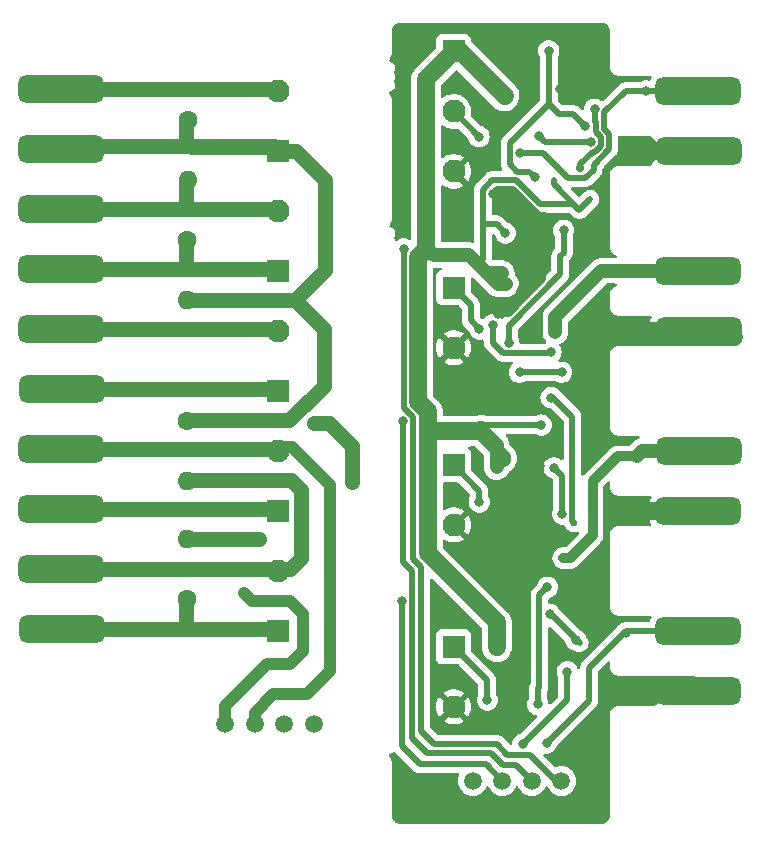
<source format=gbr>
%TF.GenerationSoftware,KiCad,Pcbnew,7.0.11*%
%TF.CreationDate,2024-11-29T15:02:49-05:00*%
%TF.ProjectId,14.1.5 - PMOS - PLC Connector Combined,31342e31-2e35-4202-9d20-504d4f53202d,rev?*%
%TF.SameCoordinates,Original*%
%TF.FileFunction,Copper,L2,Bot*%
%TF.FilePolarity,Positive*%
%FSLAX46Y46*%
G04 Gerber Fmt 4.6, Leading zero omitted, Abs format (unit mm)*
G04 Created by KiCad (PCBNEW 7.0.11) date 2024-11-29 15:02:49*
%MOMM*%
%LPD*%
G01*
G04 APERTURE LIST*
G04 Aperture macros list*
%AMRoundRect*
0 Rectangle with rounded corners*
0 $1 Rounding radius*
0 $2 $3 $4 $5 $6 $7 $8 $9 X,Y pos of 4 corners*
0 Add a 4 corners polygon primitive as box body*
4,1,4,$2,$3,$4,$5,$6,$7,$8,$9,$2,$3,0*
0 Add four circle primitives for the rounded corners*
1,1,$1+$1,$2,$3*
1,1,$1+$1,$4,$5*
1,1,$1+$1,$6,$7*
1,1,$1+$1,$8,$9*
0 Add four rect primitives between the rounded corners*
20,1,$1+$1,$2,$3,$4,$5,0*
20,1,$1+$1,$4,$5,$6,$7,0*
20,1,$1+$1,$6,$7,$8,$9,0*
20,1,$1+$1,$8,$9,$2,$3,0*%
G04 Aperture macros list end*
%TA.AperFunction,ComponentPad*%
%ADD10R,1.950000X1.950000*%
%TD*%
%TA.AperFunction,ComponentPad*%
%ADD11C,1.950000*%
%TD*%
%TA.AperFunction,ComponentPad*%
%ADD12C,1.600000*%
%TD*%
%TA.AperFunction,ComponentPad*%
%ADD13O,1.600000X1.600000*%
%TD*%
%TA.AperFunction,ComponentPad*%
%ADD14C,1.498600*%
%TD*%
%TA.AperFunction,SMDPad,CuDef*%
%ADD15RoundRect,0.572500X3.045750X0.572500X-3.045750X0.572500X-3.045750X-0.572500X3.045750X-0.572500X0*%
%TD*%
%TA.AperFunction,ViaPad*%
%ADD16C,0.800000*%
%TD*%
%TA.AperFunction,ViaPad*%
%ADD17C,0.600000*%
%TD*%
%TA.AperFunction,ViaPad*%
%ADD18C,0.500000*%
%TD*%
%TA.AperFunction,ViaPad*%
%ADD19C,0.700000*%
%TD*%
%TA.AperFunction,Conductor*%
%ADD20C,0.508000*%
%TD*%
%TA.AperFunction,Conductor*%
%ADD21C,1.524000*%
%TD*%
%TA.AperFunction,Conductor*%
%ADD22C,1.143000*%
%TD*%
%TA.AperFunction,Conductor*%
%ADD23C,0.762000*%
%TD*%
%TA.AperFunction,Conductor*%
%ADD24C,1.270000*%
%TD*%
%TA.AperFunction,Conductor*%
%ADD25C,1.016000*%
%TD*%
%TA.AperFunction,Conductor*%
%ADD26C,0.812800*%
%TD*%
G04 APERTURE END LIST*
D10*
%TO.P,J317,1,1*%
%TO.N,Net-(D10-A)*%
X107500000Y-89000000D03*
D11*
%TO.P,J317,2,2*%
%TO.N,GNDPWR*%
X107500000Y-94080000D03*
%TD*%
D12*
%TO.P,R204,1*%
%TO.N,M*%
X85008250Y-74782224D03*
D13*
%TO.P,R204,2*%
%TO.N,Net-(J208-Pin_1)*%
X85008250Y-79862224D03*
%TD*%
D10*
%TO.P,J222,1,1*%
%TO.N,Net-(J205-Pin_1)*%
X92640000Y-97740000D03*
D11*
%TO.P,J222,2,2*%
%TO.N,Net-(J206-Pin_1)*%
X92640000Y-92660000D03*
%TD*%
D12*
%TO.P,R202,1*%
%TO.N,M*%
X84918250Y-100297224D03*
D13*
%TO.P,R202,2*%
%TO.N,Net-(J202-Pin_1)*%
X84918250Y-105377224D03*
%TD*%
D10*
%TO.P,J224,1,1*%
%TO.N,Net-(J201-Pin_1)*%
X92640000Y-118060000D03*
D11*
%TO.P,J224,2,2*%
%TO.N,Net-(J202-Pin_1)*%
X92640000Y-112980000D03*
%TD*%
D10*
%TO.P,J320,1,1*%
%TO.N,Net-(D11-A)*%
X107500000Y-104000000D03*
D11*
%TO.P,J320,2,2*%
%TO.N,GNDPWR*%
X107500000Y-109080000D03*
%TD*%
D12*
%TO.P,R201,1*%
%TO.N,Net-(J201-Pin_1)*%
X84878250Y-115392224D03*
D13*
%TO.P,R201,2*%
%TO.N,M*%
X84878250Y-110312224D03*
%TD*%
D14*
%TO.P,J226,1,1*%
%TO.N,Net-(J206-Pin_1)*%
X95660000Y-125970000D03*
%TO.P,J226,2,2*%
%TO.N,Net-(J205-Pin_1)*%
X93160000Y-125970000D03*
%TO.P,J226,3,3*%
%TO.N,Net-(J204-Pin_1)*%
X90660000Y-125970000D03*
%TO.P,J226,4,4*%
%TO.N,Net-(J203-Pin_1)*%
X88160000Y-125970000D03*
%TD*%
D10*
%TO.P,J318,1,1*%
%TO.N,Net-(D10-K)*%
X107500000Y-69000000D03*
D11*
%TO.P,J318,2,2*%
%TO.N,Net-(D1-A)*%
X107500000Y-74080000D03*
%TO.P,J318,3,3*%
%TO.N,GNDPWR*%
X107500000Y-79160000D03*
%TD*%
D12*
%TO.P,R203,1*%
%TO.N,Net-(J207-Pin_1)*%
X84918250Y-85002224D03*
D13*
%TO.P,R203,2*%
%TO.N,M*%
X84918250Y-90082224D03*
%TD*%
D10*
%TO.P,J221,1,1*%
%TO.N,Net-(J203-Pin_1)*%
X92640000Y-107900000D03*
D11*
%TO.P,J221,2,2*%
%TO.N,Net-(J204-Pin_1)*%
X92640000Y-102820000D03*
%TD*%
D10*
%TO.P,J223,1,1*%
%TO.N,M*%
X92640000Y-77420000D03*
D11*
%TO.P,J223,2,2*%
%TO.N,Net-(J210-Pin_1)*%
X92640000Y-72340000D03*
%TD*%
D10*
%TO.P,J225,1,1*%
%TO.N,Net-(J207-Pin_1)*%
X92640000Y-87580000D03*
D11*
%TO.P,J225,2,2*%
%TO.N,Net-(J208-Pin_1)*%
X92640000Y-82500000D03*
%TD*%
D10*
%TO.P,J319,1,1*%
%TO.N,Net-(D12-K)*%
X107500000Y-119400000D03*
D11*
%TO.P,J319,2,2*%
%TO.N,GNDPWR*%
X107500000Y-124480000D03*
%TD*%
D14*
%TO.P,J321,1,1*%
%TO.N,Net-(D1-A)*%
X116620000Y-130760000D03*
%TO.P,J321,2,2*%
%TO.N,Net-(D10-A)*%
X114120000Y-130760000D03*
%TO.P,J321,3,3*%
%TO.N,Net-(D11-A)*%
X111620000Y-130760000D03*
%TO.P,J321,4,4*%
%TO.N,Net-(D12-K)*%
X109120000Y-130760000D03*
%TD*%
D15*
%TO.P,J304,1,Pin_1*%
%TO.N,Net-(J304-Pin_1)*%
X128220000Y-72350000D03*
%TD*%
%TO.P,J212,1,Pin_1*%
%TO.N,Net-(J202-Pin_1)*%
X74258250Y-112817224D03*
%TD*%
%TO.P,J216,1,Pin_1*%
%TO.N,Net-(J206-Pin_1)*%
X74268250Y-92497224D03*
%TD*%
%TO.P,J213,1,Pin_1*%
%TO.N,Net-(J203-Pin_1)*%
X74268250Y-107737224D03*
%TD*%
%TO.P,J217,1,Pin_1*%
%TO.N,Net-(J207-Pin_1)*%
X74268250Y-87407224D03*
%TD*%
%TO.P,J308,1,Pin_1*%
%TO.N,Net-(J302-Pin_1)*%
X128220000Y-118070000D03*
%TD*%
%TO.P,J219,1,Pin_1*%
%TO.N,M*%
X74238250Y-77247224D03*
%TD*%
%TO.P,J211,1,Pin_1*%
%TO.N,Net-(J201-Pin_1)*%
X74340000Y-117907224D03*
%TD*%
%TO.P,J312,1,Pin_1*%
%TO.N,Net-(J306-Pin_1)*%
X128220000Y-87570000D03*
%TD*%
%TO.P,J316,1,Pin_1*%
%TO.N,Net-(J314-Pin_1)*%
X128230000Y-102800000D03*
%TD*%
%TO.P,J214,1,Pin_1*%
%TO.N,Net-(J204-Pin_1)*%
X74258250Y-102667224D03*
%TD*%
%TO.P,J305,1,Pin_1*%
%TO.N,GNDPWR*%
X128230000Y-92650000D03*
%TD*%
%TO.P,J301,1,Pin_1*%
%TO.N,GNDPWR*%
X128220000Y-123130000D03*
%TD*%
%TO.P,J215,1,Pin_1*%
%TO.N,Net-(J205-Pin_1)*%
X74320000Y-97580000D03*
%TD*%
%TO.P,J303,1,Pin_1*%
%TO.N,GNDPWR*%
X128240000Y-77410000D03*
%TD*%
%TO.P,J313,1,Pin_1*%
%TO.N,GNDPWR*%
X128220000Y-107900000D03*
%TD*%
%TO.P,J218,1,Pin_1*%
%TO.N,Net-(J208-Pin_1)*%
X74258250Y-82347224D03*
%TD*%
%TO.P,J220,1,Pin_1*%
%TO.N,Net-(J210-Pin_1)*%
X74238250Y-72187224D03*
%TD*%
D16*
%TO.N,GNDPWR*%
X114510000Y-97380000D03*
X116360000Y-102420000D03*
X114830000Y-104100000D03*
%TO.N,Net-(D10-K)*%
X114910000Y-100635000D03*
X111150000Y-104200000D03*
X111760000Y-103560000D03*
X109610000Y-115950000D03*
X111870000Y-84370000D03*
X111930000Y-88730000D03*
X111640000Y-87750000D03*
X110960000Y-88370000D03*
X110490000Y-71480000D03*
X111121811Y-72277590D03*
X111800000Y-72790000D03*
%TO.N,Net-(J306-Pin_1)*%
X123120000Y-87640000D03*
X116101130Y-92741130D03*
%TO.N,Net-(J302-Pin_1)*%
X122080000Y-118210000D03*
X115360000Y-127560000D03*
%TO.N,Net-(J304-Pin_1)*%
X123780000Y-72340000D03*
X113114000Y-77620000D03*
%TO.N,Net-(J201-Pin_1)*%
X79471250Y-117874224D03*
X80868250Y-117874224D03*
X82265250Y-117874224D03*
%TO.N,Net-(J202-Pin_1)*%
X79471250Y-112794224D03*
X80868250Y-112794224D03*
X82392250Y-112794224D03*
%TO.N,Net-(J203-Pin_1)*%
X79471250Y-107714224D03*
X89758150Y-114826224D03*
X81249250Y-107714224D03*
X82773250Y-107714224D03*
%TO.N,Net-(J204-Pin_1)*%
X81249250Y-102634224D03*
X79598250Y-102634224D03*
X82773250Y-102634224D03*
%TO.N,Net-(J205-Pin_1)*%
X95679002Y-100444402D03*
X79852250Y-97554224D03*
X81503250Y-97554224D03*
X98902250Y-105440000D03*
X83027250Y-97554224D03*
%TO.N,Net-(J206-Pin_1)*%
X83281250Y-92474224D03*
X79852250Y-92474224D03*
X81630248Y-92474224D03*
%TO.N,Net-(J207-Pin_1)*%
X83027250Y-87394224D03*
X81376250Y-87394224D03*
X79852250Y-87394224D03*
%TO.N,Net-(J208-Pin_1)*%
X81503250Y-82314224D03*
X79725250Y-82314224D03*
X83281250Y-82314224D03*
%TO.N,M*%
X82773250Y-76980224D03*
X79344250Y-76980224D03*
X90012252Y-110254224D03*
X91282250Y-100221224D03*
X92425250Y-100221224D03*
X80995250Y-76980224D03*
X91028250Y-110254224D03*
%TO.N,Net-(J314-Pin_1)*%
X122980000Y-103290000D03*
X116760000Y-111890000D03*
%TO.N,GNDPWR*%
X111210000Y-91200000D03*
X115930000Y-118870000D03*
X115150000Y-112040000D03*
X119990000Y-82520000D03*
X118760000Y-97780000D03*
X110760000Y-111470000D03*
X123880000Y-76700000D03*
X103190000Y-133540000D03*
X122930000Y-76700000D03*
X123350000Y-93310000D03*
X123470000Y-122610000D03*
X124250000Y-123800000D03*
X123330000Y-107490000D03*
X124260000Y-122570000D03*
X123350000Y-108550000D03*
X121680000Y-92100000D03*
X121930000Y-108580000D03*
X121680000Y-93350000D03*
X103180000Y-132500000D03*
X123460000Y-123820000D03*
X103180000Y-131480000D03*
X122960000Y-77960000D03*
X123350000Y-92100000D03*
X110798870Y-81048870D03*
X121950000Y-107390000D03*
X116480000Y-72180000D03*
X123850000Y-77890000D03*
X115090672Y-83339328D03*
%TO.N,Net-(D10-A)*%
X116630000Y-96160000D03*
X103200000Y-100320000D03*
X109680000Y-92500000D03*
X113070000Y-96160000D03*
%TO.N,Net-(D5-K)*%
X114700000Y-76120000D03*
X119088933Y-76621067D03*
%TO.N,Net-(D6-K)*%
X110790000Y-92140000D03*
X115730000Y-94449130D03*
%TO.N,Net-(Q1-G)*%
X117110000Y-121510000D03*
X113340000Y-127670000D03*
%TO.N,Net-(Q2-G)*%
X116700000Y-108160000D03*
X116000000Y-104240000D03*
%TO.N,Net-(Q5-G)*%
X118581260Y-75286740D03*
X115550000Y-68940000D03*
X114390000Y-79660000D03*
%TO.N,Net-(Q6-G)*%
X112160000Y-93650000D03*
X116810000Y-84130000D03*
%TO.N,Net-(Q8-G)*%
X115750000Y-98310000D03*
D17*
X117668190Y-108888058D03*
D16*
%TO.N,Net-(Q10-G)*%
X115440000Y-114360000D03*
X114620000Y-124280000D03*
%TO.N,Net-(D11-A)*%
X103130000Y-115490000D03*
X109657500Y-107142500D03*
%TO.N,Net-(D10-K)*%
X117831130Y-118808870D03*
X108840000Y-101060000D03*
D18*
X119060122Y-81497617D03*
X115950000Y-79890000D03*
D16*
X111500000Y-118380000D03*
X111160000Y-119440000D03*
X109830000Y-101020000D03*
X115614000Y-116656000D03*
%TO.N,Net-(D1-K)*%
X119426265Y-73900000D03*
D19*
X118205033Y-78906000D03*
D16*
%TO.N,Net-(D1-A)*%
X109630000Y-76210000D03*
X103270000Y-85720000D03*
%TO.N,Net-(D12-K)*%
X110345000Y-123915000D03*
%TD*%
D20*
%TO.N,Net-(D1-A)*%
X109630000Y-76210000D02*
X107500000Y-74080000D01*
%TO.N,Net-(D10-K)*%
X114910000Y-100635000D02*
X110215000Y-100635000D01*
X110215000Y-100635000D02*
X109830000Y-101020000D01*
%TO.N,Net-(Q8-G)*%
X117674430Y-108894298D02*
X117674430Y-108944136D01*
X117554000Y-108773868D02*
X117674430Y-108894298D01*
X115750000Y-98310000D02*
X115940000Y-98310000D01*
X115940000Y-98310000D02*
X117554000Y-99924000D01*
X117554000Y-99924000D02*
X117554000Y-108773868D01*
%TO.N,Net-(D10-K)*%
X110025000Y-101215000D02*
X109830000Y-101020000D01*
X110155000Y-101215000D02*
X110025000Y-101215000D01*
D21*
X108474000Y-101100000D02*
X105310000Y-101100000D01*
D22*
X111150000Y-102340000D02*
X111150000Y-104200000D01*
D21*
X109700000Y-101150000D02*
X108524000Y-101150000D01*
X108524000Y-101150000D02*
X108474000Y-101100000D01*
X109830000Y-101020000D02*
X109700000Y-101150000D01*
D22*
X109830000Y-101020000D02*
X111150000Y-102340000D01*
D20*
%TO.N,GNDPWR*%
X115090672Y-88249328D02*
X112140000Y-91200000D01*
X115090672Y-83339328D02*
X115090672Y-88249328D01*
X112140000Y-91200000D02*
X111210000Y-91200000D01*
%TO.N,Net-(Q6-G)*%
X116530000Y-86320000D02*
X116530000Y-87840000D01*
X116810000Y-84130000D02*
X116810000Y-86040000D01*
X116810000Y-86040000D02*
X116530000Y-86320000D01*
X116530000Y-87840000D02*
X112160000Y-92210000D01*
X112160000Y-92210000D02*
X112160000Y-93650000D01*
D23*
%TO.N,GNDPWR*%
X115090672Y-83339328D02*
X112466344Y-80715000D01*
X112466344Y-80715000D02*
X111132740Y-80715000D01*
X111132740Y-80715000D02*
X110798870Y-81048870D01*
D20*
%TO.N,Net-(D10-K)*%
X109960000Y-81417739D02*
X109960000Y-83630000D01*
X109944870Y-81402609D02*
X109960000Y-81417739D01*
X110760000Y-79880000D02*
X109944870Y-80695131D01*
X114810000Y-81877788D02*
X112812212Y-79880000D01*
X115460000Y-81880000D02*
X115457788Y-81877788D01*
X109944870Y-80695131D02*
X109944870Y-81402609D01*
X117608873Y-81880000D02*
X115460000Y-81880000D01*
X115457788Y-81877788D02*
X114810000Y-81877788D01*
X118143306Y-82414433D02*
X117608873Y-81880000D01*
X112812212Y-79880000D02*
X110760000Y-79880000D01*
%TO.N,Net-(D11-A)*%
X109657500Y-106207500D02*
X107500000Y-104050000D01*
X109657500Y-107142500D02*
X109657500Y-106207500D01*
X107500000Y-104050000D02*
X107500000Y-104000000D01*
D23*
%TO.N,GNDPWR*%
X121186888Y-93350000D02*
X121680000Y-93350000D01*
X119790000Y-94746888D02*
X121186888Y-93350000D01*
X119790000Y-96750000D02*
X119790000Y-94746888D01*
X118760000Y-97780000D02*
X119790000Y-96750000D01*
D22*
%TO.N,Net-(D10-K)*%
X111760000Y-103330000D02*
X111760000Y-103560000D01*
X109610000Y-101180000D02*
X111760000Y-103330000D01*
D21*
X111160000Y-117340316D02*
X105310000Y-111490316D01*
X111160000Y-119440000D02*
X111160000Y-117340316D01*
X105310000Y-111490316D02*
X105310000Y-101100000D01*
D20*
X115736000Y-116656000D02*
X115614000Y-116656000D01*
X117831130Y-118808870D02*
X117831130Y-118751130D01*
X117831130Y-118751130D02*
X115736000Y-116656000D01*
X111130000Y-83630000D02*
X109960000Y-83630000D01*
X111870000Y-84370000D02*
X111130000Y-83630000D01*
X109960000Y-83630000D02*
X109960000Y-86590000D01*
D22*
X111240000Y-88700000D02*
X110290000Y-87750000D01*
X111920000Y-88700000D02*
X111240000Y-88700000D01*
X105140000Y-85560000D02*
X105140000Y-83330000D01*
X105800000Y-86220000D02*
X105140000Y-85560000D01*
X108760000Y-86220000D02*
X105800000Y-86220000D01*
X111580000Y-87750000D02*
X110290000Y-87750000D01*
X110290000Y-87750000D02*
X108760000Y-86220000D01*
X110960000Y-88370000D02*
X111580000Y-87750000D01*
X110960000Y-88420000D02*
X110960000Y-88370000D01*
D20*
X109960000Y-86590000D02*
X109545000Y-87005000D01*
D22*
X110980000Y-88440000D02*
X110960000Y-88420000D01*
D21*
X108010000Y-69000000D02*
X111800000Y-72790000D01*
X107500000Y-69000000D02*
X108010000Y-69000000D01*
D22*
%TO.N,Net-(J306-Pin_1)*%
X116101130Y-92741130D02*
X116101130Y-91458870D01*
X116101130Y-91458870D02*
X119990000Y-87570000D01*
X119990000Y-87570000D02*
X128220000Y-87570000D01*
X123190000Y-87570000D02*
X128220000Y-87570000D01*
D20*
X123120000Y-87640000D02*
X123190000Y-87570000D01*
%TO.N,Net-(J302-Pin_1)*%
X122080000Y-118210000D02*
X122220000Y-118070000D01*
X122220000Y-118070000D02*
X128220000Y-118070000D01*
X121907629Y-118210000D02*
X122080000Y-118210000D01*
X118960000Y-123960000D02*
X118960000Y-121157629D01*
X115360000Y-127560000D02*
X118960000Y-123960000D01*
X118960000Y-121157629D02*
X121907629Y-118210000D01*
%TO.N,Net-(J304-Pin_1)*%
X128220000Y-72350000D02*
X123790000Y-72350000D01*
X117170000Y-79710000D02*
X118650000Y-79710000D01*
X118650000Y-79710000D02*
X119340000Y-79020000D01*
X120650933Y-75974065D02*
X120240000Y-75563130D01*
X119340000Y-78579003D02*
X120650933Y-77268070D01*
X113114000Y-77620000D02*
X115080000Y-77620000D01*
X120650933Y-77268070D02*
X120650933Y-75974065D01*
X123790000Y-72350000D02*
X123780000Y-72340000D01*
X120240000Y-74157629D02*
X122057629Y-72340000D01*
X128180000Y-72390000D02*
X128220000Y-72350000D01*
X115080000Y-77620000D02*
X117170000Y-79710000D01*
X119340000Y-79020000D02*
X119340000Y-78579003D01*
X120240000Y-75563130D02*
X120240000Y-74157629D01*
X122057629Y-72340000D02*
X123780000Y-72340000D01*
D24*
%TO.N,Net-(J201-Pin_1)*%
X84805250Y-117874220D02*
X74278395Y-117874220D01*
X79471250Y-117874224D02*
X80868250Y-117874224D01*
X92298250Y-117874224D02*
X92425250Y-117747224D01*
X74278395Y-117874220D02*
X74278391Y-117874224D01*
X82265250Y-117874224D02*
X92298250Y-117874224D01*
X80868250Y-117874224D02*
X82265250Y-117874224D01*
X84805250Y-115334224D02*
X84805250Y-117874220D01*
X74278391Y-117874224D02*
X79471250Y-117874224D01*
%TO.N,Net-(J202-Pin_1)*%
X80868250Y-112794224D02*
X79471250Y-112794224D01*
X79471250Y-112794224D02*
X79514250Y-112837224D01*
X94578250Y-111861750D02*
X94578250Y-106087224D01*
X93602776Y-112837224D02*
X94578250Y-111861750D01*
X94578250Y-106087224D02*
X93748250Y-105257224D01*
X82392250Y-112794224D02*
X80868250Y-112794224D01*
X79514250Y-112837224D02*
X93602776Y-112837224D01*
X79471250Y-112794224D02*
X74279942Y-112794224D01*
X74279942Y-112794224D02*
X74271976Y-112802190D01*
X93748250Y-105257224D02*
X85278250Y-105257224D01*
D25*
%TO.N,Net-(J203-Pin_1)*%
X88160000Y-124380000D02*
X88160000Y-125970000D01*
X93620000Y-120870000D02*
X91670000Y-120870000D01*
X91670000Y-120870000D02*
X88160000Y-124380000D01*
D24*
X79471250Y-107714224D02*
X74289842Y-107714224D01*
D25*
X90421926Y-115490000D02*
X93640000Y-115490000D01*
X94770000Y-116620000D02*
X94770000Y-119720000D01*
D24*
X81249250Y-107714224D02*
X79471250Y-107714224D01*
X92425250Y-107587224D02*
X92298250Y-107714224D01*
D25*
X89758150Y-114826224D02*
X90421926Y-115490000D01*
D24*
X92298250Y-107714224D02*
X82773250Y-107714224D01*
D25*
X94770000Y-119720000D02*
X93620000Y-120870000D01*
D24*
X82773250Y-107714224D02*
X81249250Y-107714224D01*
X74289842Y-107714224D02*
X74280369Y-107723697D01*
D25*
X93640000Y-115490000D02*
X94770000Y-116620000D01*
%TO.N,Net-(J204-Pin_1)*%
X92230000Y-123420000D02*
X95080000Y-123420000D01*
X95080000Y-123420000D02*
X97025000Y-121475000D01*
D24*
X92425250Y-102507224D02*
X92298250Y-102634224D01*
D25*
X97025000Y-121475000D02*
X97025000Y-105728116D01*
X97025000Y-105728116D02*
X93804108Y-102507224D01*
D24*
X82773250Y-102634224D02*
X81249250Y-102634224D01*
D25*
X90660000Y-124990000D02*
X92230000Y-123420000D01*
D24*
X81249250Y-102634224D02*
X79598250Y-102634224D01*
X74283060Y-102634224D02*
X74271976Y-102645308D01*
X92298250Y-102634224D02*
X82773250Y-102634224D01*
D25*
X93804108Y-102507224D02*
X92425250Y-102507224D01*
D24*
X79598250Y-102634224D02*
X74283060Y-102634224D01*
D25*
X90660000Y-125970000D02*
X90660000Y-124990000D01*
D24*
%TO.N,Net-(J205-Pin_1)*%
X98902250Y-102380000D02*
X96966652Y-100444402D01*
X92298250Y-97554224D02*
X83027250Y-97554224D01*
X83027250Y-97554224D02*
X81503250Y-97554224D01*
X81503250Y-97554224D02*
X79852250Y-97554224D01*
X79852250Y-97554224D02*
X74199025Y-97554224D01*
X96966652Y-100444402D02*
X95679002Y-100444402D01*
X74199025Y-97554224D02*
X74168250Y-97584999D01*
X92425250Y-97427224D02*
X92298250Y-97554224D01*
X98902250Y-105440000D02*
X98902250Y-102380000D01*
%TO.N,Net-(J206-Pin_1)*%
X79845556Y-92480918D02*
X79852250Y-92474224D01*
X74272660Y-92480918D02*
X79845556Y-92480918D01*
X81630248Y-92474224D02*
X79852250Y-92474224D01*
X92425250Y-92347224D02*
X92298250Y-92474224D01*
X74273749Y-92482007D02*
X78836250Y-92482007D01*
X74272660Y-92480918D02*
X74273749Y-92482007D01*
X83281250Y-92474224D02*
X81630248Y-92474224D01*
X92298250Y-92474224D02*
X83281250Y-92474224D01*
%TO.N,Net-(J207-Pin_1)*%
X74287737Y-87394224D02*
X83027250Y-87394224D01*
X79852250Y-87394224D02*
X79861592Y-87403566D01*
X74271976Y-87409985D02*
X74287737Y-87394224D01*
X81366908Y-87403566D02*
X81376250Y-87394224D01*
X92298250Y-87394224D02*
X92425250Y-87267224D01*
X83027250Y-87394224D02*
X92298250Y-87394224D01*
X84805250Y-87394224D02*
X81376250Y-87394224D01*
X79861592Y-87403566D02*
X81366908Y-87403566D01*
X84805250Y-84981224D02*
X84805250Y-87394224D01*
%TO.N,Net-(J208-Pin_1)*%
X74278395Y-82325125D02*
X74289296Y-82314224D01*
X81503250Y-82314224D02*
X83281250Y-82314224D01*
X79725250Y-82314224D02*
X81503250Y-82314224D01*
X83281250Y-82314224D02*
X92298250Y-82314224D01*
X74289296Y-82314224D02*
X79725250Y-82314224D01*
X92298250Y-82314224D02*
X92425250Y-82187224D01*
X84805250Y-79824224D02*
X84805250Y-82314224D01*
X84794349Y-82325125D02*
X74278395Y-82325125D01*
X84805250Y-82314224D02*
X84794349Y-82325125D01*
%TO.N,M*%
X91282250Y-100221224D02*
X93578776Y-100221224D01*
X91282250Y-100221224D02*
X92425250Y-100221224D01*
X84805250Y-110254224D02*
X90012252Y-110254224D01*
X79344250Y-76980224D02*
X74564650Y-76980224D01*
X94135026Y-77420000D02*
X96616250Y-79901224D01*
X94076250Y-90061224D02*
X84805250Y-90061224D01*
X82773250Y-76980224D02*
X80995250Y-76980224D01*
X82773250Y-76980224D02*
X92298250Y-76980224D01*
X96616250Y-79901224D02*
X96616250Y-87521224D01*
X74564650Y-76980224D02*
X74293347Y-77251527D01*
X93578776Y-100221224D02*
X96489250Y-97310750D01*
X85313250Y-77107224D02*
X92425250Y-77107224D01*
X80995250Y-76980224D02*
X79344250Y-76980224D01*
X84805250Y-74744224D02*
X84805250Y-76599224D01*
X91028250Y-110254224D02*
X90012252Y-110254224D01*
X92425250Y-100221224D02*
X92795250Y-100221224D01*
X96616250Y-87521224D02*
X94076250Y-90061224D01*
X92298250Y-76980224D02*
X92425250Y-77107224D01*
X84805250Y-76599224D02*
X85313250Y-77107224D01*
X96489250Y-97310750D02*
X96489250Y-92474224D01*
X92640000Y-77420000D02*
X94135026Y-77420000D01*
X84805250Y-100221224D02*
X91282250Y-100221224D01*
X96489250Y-92474224D02*
X94076250Y-90061224D01*
%TO.N,Net-(J210-Pin_1)*%
X92298250Y-72154224D02*
X74289963Y-72154224D01*
X74289963Y-72154224D02*
X74268986Y-72175201D01*
X92425250Y-72027224D02*
X92298250Y-72154224D01*
D26*
%TO.N,Net-(J314-Pin_1)*%
X119270000Y-109940227D02*
X119270000Y-105390740D01*
D22*
X123470000Y-102800000D02*
X128230000Y-102800000D01*
D26*
X117320227Y-111890000D02*
X119270000Y-109940227D01*
X119270000Y-105390740D02*
X121370740Y-103290000D01*
X121370740Y-103290000D02*
X122980000Y-103290000D01*
D22*
X122980000Y-103290000D02*
X123470000Y-102800000D01*
D26*
X116760000Y-111890000D02*
X117320227Y-111890000D01*
D21*
%TO.N,GNDPWR*%
X123958510Y-123130000D02*
X123460000Y-123628510D01*
X124330000Y-77410000D02*
X123850000Y-77890000D01*
X128230000Y-92650000D02*
X123848510Y-92650000D01*
D20*
X120400400Y-82109600D02*
X120400400Y-78939600D01*
X119990000Y-82520000D02*
X120400400Y-82109600D01*
D21*
X128220000Y-107900000D02*
X123838510Y-107900000D01*
X128220000Y-107900000D02*
X122418510Y-107900000D01*
X128220000Y-123130000D02*
X123987490Y-123130000D01*
X128230000Y-92650000D02*
X123867490Y-92650000D01*
X122228510Y-92650000D02*
X121730000Y-93148510D01*
D22*
X115150000Y-112040000D02*
X114580000Y-111470000D01*
D21*
X122418510Y-107900000D02*
X121930000Y-108388510D01*
D22*
X114580000Y-111470000D02*
X110760000Y-111470000D01*
D21*
X123740000Y-107900000D02*
X123330000Y-107490000D01*
X128240000Y-77410000D02*
X124397490Y-77410000D01*
D20*
X121380000Y-77960000D02*
X122960000Y-77960000D01*
D21*
X123987490Y-123130000D02*
X123470000Y-122612510D01*
X131050278Y-93148510D02*
X131227243Y-93143556D01*
X128240000Y-77410000D02*
X123447490Y-77410000D01*
X124748510Y-123130000D02*
X124250000Y-123628510D01*
X128230000Y-92650000D02*
X122228510Y-92650000D01*
X128240000Y-77410000D02*
X123458510Y-77410000D01*
X123848510Y-92650000D02*
X123350000Y-93148510D01*
X127702510Y-122612510D02*
X124260000Y-122612510D01*
X123447490Y-77410000D02*
X122930000Y-76892510D01*
X123867490Y-92650000D02*
X123350000Y-92132510D01*
D22*
X103190000Y-133540000D02*
X103180000Y-133530000D01*
D21*
X122185698Y-92650000D02*
X121678794Y-92143096D01*
X128220000Y-107900000D02*
X123740000Y-107900000D01*
X128220000Y-107900000D02*
X122460000Y-107900000D01*
X128230000Y-92650000D02*
X122185698Y-92650000D01*
X123838510Y-107900000D02*
X123350000Y-108388510D01*
X121730000Y-93148510D02*
X131050278Y-93148510D01*
X124397490Y-77410000D02*
X123880000Y-76892510D01*
X123458510Y-77410000D02*
X122960000Y-77908510D01*
X128220000Y-123130000D02*
X127702510Y-122612510D01*
X122460000Y-107900000D02*
X121950000Y-107390000D01*
X128220000Y-123130000D02*
X124748510Y-123130000D01*
X128240000Y-77410000D02*
X124330000Y-77410000D01*
X128220000Y-123130000D02*
X123958510Y-123130000D01*
D20*
X120400400Y-78939600D02*
X121380000Y-77960000D01*
%TO.N,Net-(D10-A)*%
X103200000Y-112220000D02*
X103984000Y-113004000D01*
X108940000Y-91760000D02*
X108940000Y-90440000D01*
X112789700Y-129429700D02*
X114120000Y-130760000D01*
X103970000Y-127160000D02*
X105230000Y-128420000D01*
X103984000Y-113004000D02*
X103984000Y-115843739D01*
X108940000Y-90440000D02*
X107500000Y-89000000D01*
X109680000Y-92500000D02*
X108940000Y-91760000D01*
X103200000Y-100320000D02*
X103200000Y-112220000D01*
X105230000Y-128420000D02*
X110640474Y-128420000D01*
X103970000Y-115857739D02*
X103970000Y-127160000D01*
X103984000Y-115843739D02*
X103970000Y-115857739D01*
X113070000Y-96160000D02*
X116630000Y-96160000D01*
X110640474Y-128420000D02*
X111650174Y-129429700D01*
X111650174Y-129429700D02*
X112789700Y-129429700D01*
%TO.N,Net-(D5-K)*%
X114700000Y-76120000D02*
X115220000Y-76640000D01*
X115220000Y-76640000D02*
X119070000Y-76640000D01*
X119070000Y-76640000D02*
X119088933Y-76621067D01*
%TO.N,Net-(D6-K)*%
X110790000Y-93660000D02*
X110790000Y-92140000D01*
X115730000Y-94449130D02*
X115675130Y-94504000D01*
X111634000Y-94504000D02*
X110790000Y-93660000D01*
X115675130Y-94504000D02*
X111634000Y-94504000D01*
%TO.N,Net-(Q1-G)*%
X113340000Y-127670000D02*
X117110000Y-123900000D01*
X117110000Y-123900000D02*
X117110000Y-121510000D01*
%TO.N,Net-(Q2-G)*%
X116700000Y-108160000D02*
X116684866Y-108144866D01*
X116684866Y-108144866D02*
X116684866Y-104924866D01*
X116684866Y-104924866D02*
X116000000Y-104240000D01*
%TO.N,Net-(Q5-G)*%
X116380000Y-74300000D02*
X115550000Y-73470000D01*
X115550000Y-73470000D02*
X115550000Y-71870000D01*
X112892000Y-79172000D02*
X112260000Y-78540000D01*
X113902000Y-79172000D02*
X112892000Y-79172000D01*
X112260000Y-76760000D02*
X115550000Y-73470000D01*
X117594520Y-74300000D02*
X116380000Y-74300000D01*
X118581260Y-75286740D02*
X117594520Y-74300000D01*
X115550000Y-71870000D02*
X115550000Y-68940000D01*
X114390000Y-79660000D02*
X113902000Y-79172000D01*
X112260000Y-78540000D02*
X112260000Y-76760000D01*
%TO.N,Net-(Q10-G)*%
X114760000Y-122820000D02*
X114760000Y-115040000D01*
X114760000Y-115040000D02*
X115440000Y-114360000D01*
X114620000Y-122960000D02*
X114760000Y-122820000D01*
X114620000Y-124280000D02*
X114620000Y-122960000D01*
%TO.N,Net-(D11-A)*%
X104640000Y-129340000D02*
X110200000Y-129340000D01*
X103130000Y-115490000D02*
X103130000Y-127830000D01*
X110200000Y-129340000D02*
X111620000Y-130760000D01*
X103130000Y-127830000D02*
X104640000Y-129340000D01*
D21*
%TO.N,Net-(D10-K)*%
X105140000Y-83330000D02*
X105140000Y-71360000D01*
D20*
X115950000Y-80221127D02*
X118143306Y-82414433D01*
D21*
X105310000Y-99480316D02*
X105310000Y-101100000D01*
D20*
X115950000Y-79890000D02*
X115950000Y-80221127D01*
X117888870Y-118808870D02*
X118170000Y-119090000D01*
D21*
X105140000Y-85776159D02*
X104486000Y-86430159D01*
X104486000Y-86430159D02*
X104486000Y-98656316D01*
X105140000Y-71360000D02*
X107500000Y-69000000D01*
X104486000Y-98656316D02*
X105310000Y-99480316D01*
X105140000Y-83330000D02*
X105140000Y-85776159D01*
D20*
X119060122Y-81497617D02*
X118143306Y-82414433D01*
X117831130Y-118808870D02*
X117888870Y-118808870D01*
%TO.N,Net-(D1-K)*%
X119442672Y-77475067D02*
X119942933Y-76974806D01*
X119942933Y-76267328D02*
X119532000Y-75856395D01*
X119274933Y-77475067D02*
X119442672Y-77475067D01*
X119532000Y-75856395D02*
X119532000Y-75029740D01*
X118205033Y-78544967D02*
X119274933Y-77475067D01*
X119532000Y-75029740D02*
X119426265Y-74924005D01*
X119942933Y-76974806D02*
X119942933Y-76267328D01*
X118205033Y-78906000D02*
X118205033Y-78544967D01*
X119426265Y-74924005D02*
X119426265Y-73900000D01*
%TO.N,Net-(D1-A)*%
X111150000Y-127640000D02*
X112040000Y-128530000D01*
X103270000Y-85720000D02*
X103270000Y-99160000D01*
X104054000Y-99944000D02*
X104054000Y-111954000D01*
X104748000Y-112648000D02*
X104748000Y-126568000D01*
X113920000Y-128530000D02*
X116150000Y-130760000D01*
X105820000Y-127640000D02*
X111150000Y-127640000D01*
X104054000Y-111954000D02*
X104748000Y-112648000D01*
X104748000Y-126568000D02*
X105820000Y-127640000D01*
X112040000Y-128530000D02*
X113920000Y-128530000D01*
X116150000Y-130760000D02*
X116620000Y-130760000D01*
X103270000Y-99160000D02*
X104054000Y-99944000D01*
%TO.N,Net-(D12-K)*%
X110345000Y-123915000D02*
X110345000Y-122245000D01*
X110345000Y-122245000D02*
X107500000Y-119400000D01*
%TD*%
%TA.AperFunction,Conductor*%
%TO.N,GNDPWR*%
G36*
X120658834Y-120628333D02*
G01*
X120714767Y-120670205D01*
X120739184Y-120735669D01*
X120739500Y-120744515D01*
X120739500Y-121049137D01*
X120739489Y-121049174D01*
X120739490Y-121174429D01*
X120768332Y-121319419D01*
X120768335Y-121319429D01*
X120824906Y-121455998D01*
X120824908Y-121456002D01*
X120824910Y-121456006D01*
X120824913Y-121456010D01*
X120824915Y-121456014D01*
X120868683Y-121521515D01*
X120907045Y-121578926D01*
X121011581Y-121683462D01*
X121134503Y-121765594D01*
X121134509Y-121765596D01*
X121134510Y-121765597D01*
X121200566Y-121792958D01*
X121271086Y-121822168D01*
X121271090Y-121822168D01*
X121271091Y-121822169D01*
X121416079Y-121851010D01*
X121416082Y-121851010D01*
X121489901Y-121851010D01*
X124123704Y-121851010D01*
X124190743Y-121870695D01*
X124236498Y-121923499D01*
X124246442Y-121992657D01*
X124230005Y-122035174D01*
X124231489Y-122035985D01*
X124228655Y-122041173D01*
X124148030Y-122229449D01*
X124148028Y-122229456D01*
X124104491Y-122429589D01*
X124101750Y-122475621D01*
X124101750Y-123784378D01*
X124104491Y-123830410D01*
X124148028Y-124030543D01*
X124148030Y-124030550D01*
X124227958Y-124217197D01*
X124236253Y-124286573D01*
X124205724Y-124349420D01*
X124146064Y-124385785D01*
X124113970Y-124390010D01*
X121541372Y-124390010D01*
X121541338Y-124390000D01*
X121490000Y-124390000D01*
X121416082Y-124390000D01*
X121416080Y-124390000D01*
X121271091Y-124418840D01*
X121271085Y-124418842D01*
X121134506Y-124475414D01*
X121011582Y-124557551D01*
X120907040Y-124662094D01*
X120824918Y-124785002D01*
X120824911Y-124785014D01*
X120768341Y-124921588D01*
X120768340Y-124921592D01*
X120768339Y-124921595D01*
X120739985Y-125064148D01*
X120739499Y-125066593D01*
X120739500Y-125140510D01*
X120739500Y-133634413D01*
X120738903Y-133646571D01*
X120736095Y-133675073D01*
X120735913Y-133676793D01*
X120723876Y-133783665D01*
X120719315Y-133805784D01*
X120704090Y-133855972D01*
X120702471Y-133860930D01*
X120676325Y-133935650D01*
X120668641Y-133953151D01*
X120641544Y-134003843D01*
X120637181Y-134011359D01*
X120597643Y-134074284D01*
X120588501Y-134086978D01*
X120551060Y-134132599D01*
X120542888Y-134141615D01*
X120491105Y-134193397D01*
X120482089Y-134201569D01*
X120436470Y-134239007D01*
X120423779Y-134248146D01*
X120360853Y-134287686D01*
X120353331Y-134292052D01*
X120302641Y-134319145D01*
X120285144Y-134326828D01*
X120210411Y-134352978D01*
X120205453Y-134354596D01*
X120155267Y-134369820D01*
X120133154Y-134374380D01*
X120026862Y-134386356D01*
X120025136Y-134386539D01*
X120006960Y-134388329D01*
X119995957Y-134389413D01*
X119983806Y-134390010D01*
X102996093Y-134390010D01*
X102983939Y-134389413D01*
X102978122Y-134388840D01*
X102955737Y-134386635D01*
X102954001Y-134386451D01*
X102846736Y-134374358D01*
X102824633Y-134369800D01*
X102774997Y-134354743D01*
X102770040Y-134353124D01*
X102694734Y-134326775D01*
X102677235Y-134319092D01*
X102626917Y-134292196D01*
X102619400Y-134287833D01*
X102556093Y-134248055D01*
X102543399Y-134238914D01*
X102498051Y-134201698D01*
X102489035Y-134193526D01*
X102436977Y-134141468D01*
X102428807Y-134132454D01*
X102416429Y-134117372D01*
X102391583Y-134087097D01*
X102382457Y-134074427D01*
X102342666Y-134011101D01*
X102338321Y-134003616D01*
X102311405Y-133953261D01*
X102303727Y-133935774D01*
X102277365Y-133860438D01*
X102275773Y-133855560D01*
X102260701Y-133805878D01*
X102256144Y-133783780D01*
X102243984Y-133675867D01*
X102243810Y-133674218D01*
X102241097Y-133646669D01*
X102240500Y-133634516D01*
X102240500Y-129114795D01*
X102240500Y-129114793D01*
X102206429Y-128932530D01*
X102139448Y-128759631D01*
X102059024Y-128629743D01*
X102040469Y-128562383D01*
X102061278Y-128495684D01*
X102114843Y-128450822D01*
X102146803Y-128441728D01*
X102192457Y-128435165D01*
X102323373Y-128375377D01*
X102323375Y-128375374D01*
X102323377Y-128375374D01*
X102359413Y-128344148D01*
X102387310Y-128319975D01*
X102450864Y-128290950D01*
X102520023Y-128300893D01*
X102553603Y-128323491D01*
X102602974Y-128370070D01*
X102605525Y-128372549D01*
X104061234Y-129828258D01*
X104073016Y-129841891D01*
X104087461Y-129861294D01*
X104125634Y-129893325D01*
X104133609Y-129900633D01*
X104137557Y-129904581D01*
X104137565Y-129904588D01*
X104162008Y-129923917D01*
X104164800Y-129926191D01*
X104222569Y-129974664D01*
X104222573Y-129974667D01*
X104222575Y-129974668D01*
X104228607Y-129978635D01*
X104228576Y-129978680D01*
X104235038Y-129982797D01*
X104235067Y-129982751D01*
X104241203Y-129986536D01*
X104241205Y-129986537D01*
X104241208Y-129986539D01*
X104309597Y-130018429D01*
X104312779Y-130019969D01*
X104380189Y-130053824D01*
X104380194Y-130053825D01*
X104386979Y-130056295D01*
X104386960Y-130056347D01*
X104394188Y-130058859D01*
X104394206Y-130058808D01*
X104401056Y-130061078D01*
X104401059Y-130061078D01*
X104401060Y-130061079D01*
X104474993Y-130076344D01*
X104478354Y-130077089D01*
X104551812Y-130094500D01*
X104551818Y-130094500D01*
X104558985Y-130095338D01*
X104558978Y-130095391D01*
X104566595Y-130096169D01*
X104566600Y-130096116D01*
X104573789Y-130096745D01*
X104573792Y-130096744D01*
X104573793Y-130096745D01*
X104633067Y-130095020D01*
X104649161Y-130094552D01*
X104652767Y-130094500D01*
X107856685Y-130094500D01*
X107923724Y-130114185D01*
X107969479Y-130166989D01*
X107979423Y-130236147D01*
X107969067Y-130270905D01*
X107941087Y-130330908D01*
X107941083Y-130330917D01*
X107884487Y-130542140D01*
X107884485Y-130542150D01*
X107865426Y-130759999D01*
X107865426Y-130760000D01*
X107884485Y-130977849D01*
X107884487Y-130977859D01*
X107941083Y-131189082D01*
X107941085Y-131189086D01*
X107941086Y-131189090D01*
X107948998Y-131206057D01*
X108033506Y-131387286D01*
X108033507Y-131387287D01*
X108158941Y-131566425D01*
X108313575Y-131721059D01*
X108492713Y-131846493D01*
X108690910Y-131938914D01*
X108902146Y-131995514D01*
X109076429Y-132010762D01*
X109119999Y-132014574D01*
X109120000Y-132014574D01*
X109120001Y-132014574D01*
X109156309Y-132011397D01*
X109337854Y-131995514D01*
X109549090Y-131938914D01*
X109747287Y-131846493D01*
X109926425Y-131721059D01*
X110081059Y-131566425D01*
X110206493Y-131387287D01*
X110257618Y-131277648D01*
X110303790Y-131225209D01*
X110370984Y-131206057D01*
X110437865Y-131226273D01*
X110482381Y-131277648D01*
X110533507Y-131387287D01*
X110658941Y-131566425D01*
X110813575Y-131721059D01*
X110992713Y-131846493D01*
X111190910Y-131938914D01*
X111402146Y-131995514D01*
X111576429Y-132010762D01*
X111619999Y-132014574D01*
X111620000Y-132014574D01*
X111620001Y-132014574D01*
X111656309Y-132011397D01*
X111837854Y-131995514D01*
X112049090Y-131938914D01*
X112247287Y-131846493D01*
X112426425Y-131721059D01*
X112581059Y-131566425D01*
X112706493Y-131387287D01*
X112757618Y-131277648D01*
X112803790Y-131225209D01*
X112870984Y-131206057D01*
X112937865Y-131226273D01*
X112982381Y-131277648D01*
X113033507Y-131387287D01*
X113158941Y-131566425D01*
X113313575Y-131721059D01*
X113492713Y-131846493D01*
X113690910Y-131938914D01*
X113902146Y-131995514D01*
X114076429Y-132010762D01*
X114119999Y-132014574D01*
X114120000Y-132014574D01*
X114120001Y-132014574D01*
X114156309Y-132011397D01*
X114337854Y-131995514D01*
X114549090Y-131938914D01*
X114747287Y-131846493D01*
X114926425Y-131721059D01*
X115081059Y-131566425D01*
X115206493Y-131387287D01*
X115257618Y-131277648D01*
X115303790Y-131225209D01*
X115370984Y-131206057D01*
X115437865Y-131226273D01*
X115482381Y-131277648D01*
X115533507Y-131387287D01*
X115658941Y-131566425D01*
X115813575Y-131721059D01*
X115992713Y-131846493D01*
X116190910Y-131938914D01*
X116402146Y-131995514D01*
X116576429Y-132010762D01*
X116619999Y-132014574D01*
X116620000Y-132014574D01*
X116620001Y-132014574D01*
X116656309Y-132011397D01*
X116837854Y-131995514D01*
X117049090Y-131938914D01*
X117247287Y-131846493D01*
X117426425Y-131721059D01*
X117581059Y-131566425D01*
X117706493Y-131387287D01*
X117798914Y-131189090D01*
X117855514Y-130977854D01*
X117874574Y-130760000D01*
X117855514Y-130542146D01*
X117798914Y-130330910D01*
X117706493Y-130132713D01*
X117581059Y-129953575D01*
X117426425Y-129798941D01*
X117265013Y-129685919D01*
X117247286Y-129673506D01*
X117074607Y-129592985D01*
X117049090Y-129581086D01*
X117049086Y-129581085D01*
X117049082Y-129581083D01*
X116837859Y-129524487D01*
X116837849Y-129524485D01*
X116620001Y-129505426D01*
X116619999Y-129505426D01*
X116402150Y-129524485D01*
X116402140Y-129524487D01*
X116190909Y-129581085D01*
X116165391Y-129592985D01*
X116096314Y-129603476D01*
X116032530Y-129574955D01*
X116025307Y-129568283D01*
X115119639Y-128662615D01*
X115086154Y-128601292D01*
X115091138Y-128531600D01*
X115133010Y-128475667D01*
X115198474Y-128451250D01*
X115233097Y-128453643D01*
X115265354Y-128460500D01*
X115265356Y-128460500D01*
X115454644Y-128460500D01*
X115454646Y-128460500D01*
X115639803Y-128421144D01*
X115812730Y-128344151D01*
X115965871Y-128232888D01*
X116092533Y-128092216D01*
X116187179Y-127928284D01*
X116239799Y-127766335D01*
X116270046Y-127716976D01*
X119448264Y-124538758D01*
X119461883Y-124526988D01*
X119481294Y-124512539D01*
X119513334Y-124474354D01*
X119520623Y-124466399D01*
X119524583Y-124462441D01*
X119543927Y-124437974D01*
X119546161Y-124435232D01*
X119594667Y-124377427D01*
X119594671Y-124377418D01*
X119598637Y-124371390D01*
X119598683Y-124371420D01*
X119602795Y-124364965D01*
X119602748Y-124364936D01*
X119606532Y-124358799D01*
X119606539Y-124358791D01*
X119628264Y-124312198D01*
X119638417Y-124290428D01*
X119639972Y-124287214D01*
X119673824Y-124219811D01*
X119673826Y-124219798D01*
X119676293Y-124213024D01*
X119676346Y-124213043D01*
X119678858Y-124205815D01*
X119678807Y-124205798D01*
X119681077Y-124198945D01*
X119681077Y-124198943D01*
X119681079Y-124198940D01*
X119696345Y-124125001D01*
X119697097Y-124121610D01*
X119714500Y-124048188D01*
X119714500Y-124048181D01*
X119715338Y-124041015D01*
X119715392Y-124041021D01*
X119716170Y-124033405D01*
X119716117Y-124033401D01*
X119716746Y-124026210D01*
X119714552Y-123950804D01*
X119714500Y-123947198D01*
X119714500Y-121521515D01*
X119734185Y-121454476D01*
X119750819Y-121433834D01*
X120527819Y-120656834D01*
X120589142Y-120623349D01*
X120658834Y-120628333D01*
G37*
%TD.AperFunction*%
%TA.AperFunction,Conductor*%
G36*
X106437809Y-87311685D02*
G01*
X106483564Y-87364489D01*
X106493508Y-87433647D01*
X106464483Y-87497203D01*
X106414103Y-87532182D01*
X106282671Y-87581202D01*
X106282664Y-87581206D01*
X106167455Y-87667452D01*
X106167452Y-87667455D01*
X106081206Y-87782664D01*
X106081202Y-87782671D01*
X106030908Y-87917517D01*
X106024501Y-87977116D01*
X106024500Y-87977135D01*
X106024500Y-90022870D01*
X106024501Y-90022876D01*
X106030908Y-90082483D01*
X106081202Y-90217328D01*
X106081206Y-90217335D01*
X106167452Y-90332544D01*
X106167455Y-90332547D01*
X106282664Y-90418793D01*
X106282671Y-90418797D01*
X106417517Y-90469091D01*
X106417516Y-90469091D01*
X106424444Y-90469835D01*
X106477127Y-90475500D01*
X107857113Y-90475499D01*
X107924152Y-90495184D01*
X107944794Y-90511818D01*
X108149181Y-90716205D01*
X108182666Y-90777528D01*
X108185500Y-90803886D01*
X108185500Y-91696000D01*
X108184191Y-91713969D01*
X108180684Y-91737908D01*
X108185028Y-91787545D01*
X108185500Y-91798354D01*
X108185500Y-91803946D01*
X108189116Y-91834885D01*
X108189482Y-91838470D01*
X108196056Y-91913610D01*
X108197516Y-91920677D01*
X108197464Y-91920687D01*
X108199123Y-91928167D01*
X108199174Y-91928155D01*
X108200840Y-91935185D01*
X108226621Y-92006020D01*
X108227804Y-92009423D01*
X108251533Y-92081029D01*
X108254586Y-92087575D01*
X108254536Y-92087598D01*
X108257876Y-92094497D01*
X108257925Y-92094473D01*
X108261167Y-92100930D01*
X108302613Y-92163946D01*
X108304550Y-92166986D01*
X108344131Y-92231156D01*
X108348611Y-92236822D01*
X108348569Y-92236855D01*
X108353401Y-92242786D01*
X108353443Y-92242752D01*
X108358088Y-92248288D01*
X108412938Y-92300036D01*
X108415525Y-92302549D01*
X108769951Y-92656975D01*
X108800201Y-92706338D01*
X108852818Y-92868277D01*
X108852821Y-92868284D01*
X108947467Y-93032216D01*
X109045179Y-93140736D01*
X109074129Y-93172888D01*
X109227265Y-93284148D01*
X109227270Y-93284151D01*
X109400192Y-93361142D01*
X109400197Y-93361144D01*
X109585354Y-93400500D01*
X109585355Y-93400500D01*
X109774644Y-93400500D01*
X109774646Y-93400500D01*
X109885721Y-93376890D01*
X109955386Y-93382206D01*
X110011119Y-93424343D01*
X110035225Y-93489922D01*
X110035500Y-93498180D01*
X110035500Y-93596000D01*
X110034191Y-93613969D01*
X110030684Y-93637908D01*
X110035028Y-93687545D01*
X110035500Y-93698354D01*
X110035500Y-93703946D01*
X110039116Y-93734885D01*
X110039482Y-93738470D01*
X110046056Y-93813610D01*
X110047516Y-93820677D01*
X110047464Y-93820687D01*
X110049123Y-93828167D01*
X110049174Y-93828155D01*
X110050840Y-93835185D01*
X110076621Y-93906020D01*
X110077804Y-93909423D01*
X110101533Y-93981029D01*
X110104586Y-93987575D01*
X110104536Y-93987598D01*
X110107876Y-93994497D01*
X110107925Y-93994473D01*
X110111167Y-94000930D01*
X110152613Y-94063946D01*
X110154550Y-94066986D01*
X110194131Y-94131156D01*
X110198611Y-94136822D01*
X110198569Y-94136855D01*
X110203401Y-94142786D01*
X110203443Y-94142752D01*
X110208088Y-94148288D01*
X110262938Y-94200036D01*
X110265525Y-94202549D01*
X111055234Y-94992258D01*
X111067015Y-95005890D01*
X111081461Y-95025294D01*
X111119638Y-95057328D01*
X111127614Y-95064638D01*
X111131554Y-95068579D01*
X111131558Y-95068582D01*
X111131559Y-95068583D01*
X111150924Y-95083895D01*
X111156010Y-95087916D01*
X111158807Y-95090195D01*
X111216572Y-95138667D01*
X111222609Y-95142637D01*
X111222579Y-95142682D01*
X111229038Y-95146796D01*
X111229067Y-95146750D01*
X111235207Y-95150537D01*
X111235209Y-95150539D01*
X111303557Y-95182410D01*
X111306775Y-95183968D01*
X111373894Y-95217676D01*
X111374189Y-95217824D01*
X111374191Y-95217824D01*
X111380979Y-95220295D01*
X111380960Y-95220347D01*
X111388188Y-95222859D01*
X111388206Y-95222808D01*
X111395055Y-95225077D01*
X111395056Y-95225077D01*
X111395060Y-95225079D01*
X111468972Y-95240339D01*
X111472419Y-95241104D01*
X111545812Y-95258500D01*
X111545813Y-95258500D01*
X111545817Y-95258501D01*
X111552985Y-95259339D01*
X111552978Y-95259392D01*
X111560594Y-95260170D01*
X111560599Y-95260117D01*
X111567788Y-95260746D01*
X111567792Y-95260745D01*
X111567793Y-95260746D01*
X111643179Y-95258551D01*
X111646786Y-95258500D01*
X112397154Y-95258500D01*
X112464193Y-95278185D01*
X112509948Y-95330989D01*
X112519892Y-95400147D01*
X112490867Y-95463703D01*
X112470039Y-95482818D01*
X112464129Y-95487111D01*
X112337466Y-95627785D01*
X112242821Y-95791715D01*
X112242818Y-95791722D01*
X112196427Y-95934500D01*
X112184326Y-95971744D01*
X112164540Y-96160000D01*
X112184326Y-96348256D01*
X112184327Y-96348259D01*
X112242818Y-96528277D01*
X112242821Y-96528284D01*
X112337467Y-96692216D01*
X112464129Y-96832888D01*
X112617265Y-96944148D01*
X112617270Y-96944151D01*
X112790192Y-97021142D01*
X112790197Y-97021144D01*
X112975354Y-97060500D01*
X112975355Y-97060500D01*
X113164644Y-97060500D01*
X113164646Y-97060500D01*
X113349803Y-97021144D01*
X113522730Y-96944151D01*
X113530944Y-96938182D01*
X113596750Y-96914702D01*
X113603831Y-96914500D01*
X116096169Y-96914500D01*
X116163208Y-96934185D01*
X116169056Y-96938183D01*
X116177269Y-96944150D01*
X116177270Y-96944151D01*
X116350192Y-97021142D01*
X116350197Y-97021144D01*
X116535354Y-97060500D01*
X116535355Y-97060500D01*
X116724644Y-97060500D01*
X116724646Y-97060500D01*
X116909803Y-97021144D01*
X117082730Y-96944151D01*
X117235871Y-96832888D01*
X117362533Y-96692216D01*
X117457179Y-96528284D01*
X117515674Y-96348256D01*
X117535460Y-96160000D01*
X117515674Y-95971744D01*
X117457179Y-95791716D01*
X117362533Y-95627784D01*
X117235871Y-95487112D01*
X117229961Y-95482818D01*
X117082734Y-95375851D01*
X117082729Y-95375848D01*
X116909807Y-95298857D01*
X116909802Y-95298855D01*
X116764001Y-95267865D01*
X116724646Y-95259500D01*
X116535354Y-95259500D01*
X116508857Y-95265131D01*
X116439191Y-95259814D01*
X116383458Y-95217676D01*
X116359354Y-95152096D01*
X116374532Y-95083895D01*
X116390926Y-95060872D01*
X116462533Y-94981346D01*
X116557179Y-94817414D01*
X116615674Y-94637386D01*
X116635460Y-94449130D01*
X116615674Y-94260874D01*
X116557179Y-94080846D01*
X116474158Y-93937049D01*
X116459284Y-93911286D01*
X116460555Y-93910551D01*
X116439630Y-93851896D01*
X116455458Y-93783843D01*
X116505566Y-93735150D01*
X116511886Y-93732042D01*
X116639568Y-93673732D01*
X116806334Y-93554979D01*
X116947612Y-93406811D01*
X117058296Y-93234583D01*
X117134385Y-93044521D01*
X117173130Y-92843494D01*
X117173130Y-91954269D01*
X117192815Y-91887230D01*
X117209449Y-91866588D01*
X120397718Y-88678319D01*
X120459041Y-88644834D01*
X120485399Y-88642000D01*
X121171199Y-88642000D01*
X121238238Y-88661685D01*
X121283993Y-88714489D01*
X121293937Y-88783647D01*
X121264912Y-88847203D01*
X121218651Y-88880561D01*
X121134508Y-88915413D01*
X121011582Y-88997551D01*
X120907040Y-89102094D01*
X120824918Y-89225002D01*
X120824911Y-89225014D01*
X120768341Y-89361588D01*
X120768340Y-89361592D01*
X120768339Y-89361595D01*
X120740923Y-89499433D01*
X120739499Y-89506593D01*
X120739500Y-89580510D01*
X120739500Y-90569137D01*
X120739489Y-90569174D01*
X120739490Y-90694429D01*
X120768332Y-90839419D01*
X120768335Y-90839429D01*
X120824906Y-90975998D01*
X120824908Y-90976002D01*
X120824910Y-90976006D01*
X120824913Y-90976010D01*
X120824915Y-90976014D01*
X120895915Y-91082270D01*
X120907045Y-91098926D01*
X121011581Y-91203462D01*
X121134503Y-91285594D01*
X121134509Y-91285596D01*
X121134510Y-91285597D01*
X121262771Y-91338724D01*
X121271086Y-91342168D01*
X121271090Y-91342168D01*
X121271091Y-91342169D01*
X121416079Y-91371010D01*
X121416082Y-91371010D01*
X121489901Y-91371010D01*
X124133704Y-91371010D01*
X124200743Y-91390695D01*
X124246498Y-91443499D01*
X124256442Y-91512657D01*
X124240005Y-91555174D01*
X124241489Y-91555985D01*
X124238655Y-91561173D01*
X124158030Y-91749449D01*
X124158028Y-91749456D01*
X124114491Y-91949589D01*
X124111750Y-91995621D01*
X124111750Y-93304378D01*
X124114491Y-93350410D01*
X124158028Y-93550543D01*
X124158030Y-93550550D01*
X124237958Y-93737197D01*
X124246253Y-93806573D01*
X124215724Y-93869420D01*
X124156064Y-93905785D01*
X124123970Y-93910010D01*
X121541372Y-93910010D01*
X121541338Y-93910000D01*
X121490000Y-93910000D01*
X121416082Y-93910000D01*
X121416080Y-93910000D01*
X121271091Y-93938840D01*
X121271085Y-93938842D01*
X121134506Y-93995414D01*
X121011582Y-94077551D01*
X120907040Y-94182094D01*
X120824918Y-94305002D01*
X120824911Y-94305014D01*
X120768341Y-94441588D01*
X120768340Y-94441592D01*
X120768339Y-94441595D01*
X120752764Y-94519901D01*
X120739499Y-94586593D01*
X120739500Y-94660510D01*
X120739500Y-100729137D01*
X120739489Y-100729174D01*
X120739490Y-100854429D01*
X120768332Y-100999419D01*
X120768335Y-100999429D01*
X120824906Y-101135998D01*
X120824908Y-101136002D01*
X120824910Y-101136006D01*
X120824913Y-101136010D01*
X120824915Y-101136014D01*
X120899297Y-101247331D01*
X120907045Y-101258926D01*
X121011581Y-101363462D01*
X121134503Y-101445594D01*
X121134509Y-101445596D01*
X121134510Y-101445597D01*
X121262008Y-101498408D01*
X121271086Y-101502168D01*
X121271090Y-101502168D01*
X121271091Y-101502169D01*
X121416079Y-101531010D01*
X121416082Y-101531010D01*
X121489901Y-101531010D01*
X123107901Y-101531010D01*
X123174940Y-101550695D01*
X123220695Y-101603499D01*
X123230639Y-101672657D01*
X123201614Y-101736213D01*
X123147516Y-101771893D01*
X123147534Y-101771933D01*
X123147313Y-101772027D01*
X123145651Y-101773124D01*
X123142108Y-101774256D01*
X123113491Y-101786510D01*
X123099619Y-101791496D01*
X123069767Y-101800262D01*
X123069763Y-101800263D01*
X123016754Y-101827590D01*
X123008753Y-101831360D01*
X122953908Y-101854847D01*
X122953903Y-101854850D01*
X122928133Y-101872292D01*
X122915452Y-101879816D01*
X122887797Y-101894073D01*
X122840908Y-101930947D01*
X122833761Y-101936166D01*
X122784365Y-101969598D01*
X122762353Y-101991609D01*
X122751328Y-102001393D01*
X122726874Y-102020623D01*
X122726866Y-102020631D01*
X122687808Y-102065707D01*
X122681777Y-102072185D01*
X122407181Y-102346782D01*
X122345861Y-102380266D01*
X122319502Y-102383100D01*
X121451868Y-102383100D01*
X121432468Y-102381573D01*
X121424216Y-102380266D01*
X121418465Y-102379355D01*
X121350248Y-102382930D01*
X121343759Y-102383100D01*
X121323215Y-102383100D01*
X121306251Y-102384882D01*
X121302781Y-102385247D01*
X121296319Y-102385755D01*
X121228087Y-102389331D01*
X121214386Y-102393003D01*
X121195260Y-102396548D01*
X121181147Y-102398031D01*
X121116164Y-102419144D01*
X121109944Y-102420986D01*
X121043950Y-102438670D01*
X121043946Y-102438671D01*
X121031303Y-102445113D01*
X121013336Y-102452556D01*
X120999842Y-102456941D01*
X120999841Y-102456941D01*
X120999839Y-102456941D01*
X120999839Y-102456942D01*
X120940657Y-102491110D01*
X120934964Y-102494201D01*
X120874092Y-102525217D01*
X120874089Y-102525218D01*
X120874087Y-102525220D01*
X120874083Y-102525223D01*
X120874079Y-102525226D01*
X120863059Y-102534149D01*
X120847034Y-102545163D01*
X120834747Y-102552257D01*
X120834739Y-102552263D01*
X120783962Y-102597982D01*
X120779034Y-102602192D01*
X120763070Y-102615120D01*
X120763066Y-102615123D01*
X120763061Y-102615128D01*
X120748536Y-102629651D01*
X120743836Y-102634111D01*
X120693071Y-102679820D01*
X120693067Y-102679824D01*
X120684729Y-102691301D01*
X120672095Y-102706093D01*
X118686093Y-104692095D01*
X118671301Y-104704729D01*
X118659824Y-104713067D01*
X118659820Y-104713071D01*
X118614111Y-104763836D01*
X118609651Y-104768536D01*
X118595128Y-104783061D01*
X118595123Y-104783066D01*
X118595120Y-104783070D01*
X118585828Y-104794543D01*
X118582192Y-104799034D01*
X118577982Y-104803962D01*
X118527914Y-104859570D01*
X118526829Y-104858593D01*
X118477487Y-104896642D01*
X118407873Y-104902620D01*
X118346078Y-104870013D01*
X118311722Y-104809174D01*
X118308500Y-104781090D01*
X118308500Y-99987999D01*
X118309809Y-99970029D01*
X118310030Y-99968516D01*
X118313315Y-99946094D01*
X118308972Y-99896452D01*
X118308500Y-99885644D01*
X118308500Y-99880066D01*
X118308500Y-99880059D01*
X118304879Y-99849082D01*
X118304515Y-99845510D01*
X118304341Y-99843518D01*
X118297943Y-99770388D01*
X118297941Y-99770383D01*
X118296483Y-99763319D01*
X118296536Y-99763307D01*
X118294878Y-99755827D01*
X118294824Y-99755840D01*
X118293160Y-99748822D01*
X118293160Y-99748816D01*
X118275422Y-99700082D01*
X118267360Y-99677932D01*
X118266175Y-99674523D01*
X118242464Y-99602965D01*
X118242462Y-99602961D01*
X118239409Y-99596412D01*
X118239458Y-99596389D01*
X118236125Y-99589504D01*
X118236076Y-99589529D01*
X118232833Y-99583071D01*
X118216461Y-99558179D01*
X118191369Y-99520029D01*
X118189497Y-99517092D01*
X118149871Y-99452846D01*
X118149869Y-99452844D01*
X118145394Y-99447184D01*
X118145436Y-99447150D01*
X118140597Y-99441210D01*
X118140556Y-99441246D01*
X118135912Y-99435712D01*
X118081078Y-99383979D01*
X118078490Y-99381465D01*
X117317075Y-98620050D01*
X116518765Y-97821741D01*
X116506984Y-97808109D01*
X116492542Y-97788710D01*
X116492541Y-97788709D01*
X116492539Y-97788706D01*
X116492535Y-97788702D01*
X116488987Y-97784942D01*
X116486982Y-97782525D01*
X116486883Y-97782615D01*
X116355870Y-97637111D01*
X116202734Y-97525851D01*
X116202729Y-97525848D01*
X116029807Y-97448857D01*
X116029802Y-97448855D01*
X115884001Y-97417865D01*
X115844646Y-97409500D01*
X115655354Y-97409500D01*
X115622897Y-97416398D01*
X115470197Y-97448855D01*
X115470192Y-97448857D01*
X115297270Y-97525848D01*
X115297265Y-97525851D01*
X115144129Y-97637111D01*
X115017466Y-97777785D01*
X114922821Y-97941715D01*
X114922818Y-97941722D01*
X114864327Y-98121740D01*
X114864326Y-98121744D01*
X114844540Y-98310000D01*
X114864326Y-98498256D01*
X114864327Y-98498259D01*
X114922818Y-98678277D01*
X114922821Y-98678284D01*
X115017467Y-98842216D01*
X115109133Y-98944021D01*
X115144129Y-98982888D01*
X115297265Y-99094148D01*
X115297270Y-99094151D01*
X115470192Y-99171142D01*
X115470197Y-99171144D01*
X115655354Y-99210500D01*
X115722114Y-99210500D01*
X115789153Y-99230185D01*
X115809795Y-99246819D01*
X116763181Y-100200205D01*
X116796666Y-100261528D01*
X116799500Y-100287886D01*
X116799500Y-103464428D01*
X116779815Y-103531467D01*
X116727011Y-103577222D01*
X116657853Y-103587166D01*
X116602615Y-103564746D01*
X116452734Y-103455851D01*
X116452729Y-103455848D01*
X116279807Y-103378857D01*
X116279802Y-103378855D01*
X116134001Y-103347865D01*
X116094646Y-103339500D01*
X115905354Y-103339500D01*
X115872897Y-103346398D01*
X115720197Y-103378855D01*
X115720192Y-103378857D01*
X115547270Y-103455848D01*
X115547265Y-103455851D01*
X115394129Y-103567111D01*
X115267466Y-103707785D01*
X115172821Y-103871715D01*
X115172818Y-103871722D01*
X115126292Y-104014916D01*
X115114326Y-104051744D01*
X115094540Y-104240000D01*
X115114326Y-104428256D01*
X115114327Y-104428259D01*
X115172818Y-104608277D01*
X115172821Y-104608284D01*
X115267467Y-104772216D01*
X115379501Y-104896642D01*
X115394129Y-104912888D01*
X115547265Y-105024148D01*
X115547270Y-105024151D01*
X115720191Y-105101142D01*
X115720193Y-105101142D01*
X115720197Y-105101144D01*
X115778148Y-105113461D01*
X115839627Y-105146653D01*
X115840046Y-105147070D01*
X115894047Y-105201071D01*
X115927532Y-105262394D01*
X115930366Y-105288752D01*
X115930366Y-107658819D01*
X115913753Y-107720819D01*
X115872821Y-107791714D01*
X115814327Y-107971740D01*
X115814326Y-107971744D01*
X115794540Y-108160000D01*
X115814326Y-108348256D01*
X115814327Y-108348259D01*
X115872818Y-108528277D01*
X115872821Y-108528284D01*
X115967467Y-108692216D01*
X116079738Y-108816905D01*
X116094129Y-108832888D01*
X116247265Y-108944148D01*
X116247270Y-108944151D01*
X116420192Y-109021142D01*
X116420197Y-109021144D01*
X116605354Y-109060500D01*
X116605355Y-109060500D01*
X116772595Y-109060500D01*
X116839634Y-109080185D01*
X116876196Y-109116362D01*
X116916613Y-109177814D01*
X116918545Y-109180846D01*
X116920732Y-109184391D01*
X116932240Y-109208542D01*
X116942400Y-109237578D01*
X116942402Y-109237582D01*
X116970599Y-109282457D01*
X117038374Y-109390320D01*
X117165928Y-109517874D01*
X117207177Y-109543792D01*
X117215246Y-109549318D01*
X117220805Y-109553457D01*
X117240393Y-109564766D01*
X117244362Y-109567157D01*
X117318668Y-109613847D01*
X117318671Y-109613848D01*
X117324791Y-109615990D01*
X117345837Y-109625644D01*
X117364950Y-109636678D01*
X117373554Y-109641646D01*
X117542521Y-109692231D01*
X117718599Y-109702487D01*
X117892296Y-109671859D01*
X117936592Y-109652751D01*
X118005942Y-109644273D01*
X118068870Y-109674635D01*
X118105393Y-109734198D01*
X118103916Y-109804053D01*
X118073385Y-109854291D01*
X116980896Y-110946781D01*
X116919573Y-110980266D01*
X116893215Y-110983100D01*
X116712475Y-110983100D01*
X116610997Y-110993765D01*
X116570404Y-110998032D01*
X116570402Y-110998033D01*
X116389104Y-111056939D01*
X116389098Y-111056942D01*
X116224003Y-111152260D01*
X116082334Y-111279817D01*
X116082332Y-111279820D01*
X115970275Y-111434052D01*
X115892737Y-111608204D01*
X115892735Y-111608209D01*
X115870319Y-111713672D01*
X115853100Y-111794681D01*
X115853100Y-111985319D01*
X115855078Y-111994623D01*
X115892735Y-112171790D01*
X115892737Y-112171795D01*
X115970275Y-112345946D01*
X115970278Y-112345951D01*
X116082328Y-112500176D01*
X116082329Y-112500177D01*
X116153166Y-112563958D01*
X116224002Y-112627739D01*
X116389099Y-112723058D01*
X116389101Y-112723058D01*
X116389104Y-112723060D01*
X116425517Y-112734891D01*
X116570406Y-112781968D01*
X116712475Y-112796900D01*
X117239099Y-112796900D01*
X117258498Y-112798426D01*
X117272502Y-112800645D01*
X117340719Y-112797069D01*
X117347208Y-112796900D01*
X117367751Y-112796900D01*
X117367752Y-112796900D01*
X117388195Y-112794750D01*
X117394638Y-112794243D01*
X117462879Y-112790668D01*
X117476582Y-112786995D01*
X117495708Y-112783450D01*
X117509821Y-112781968D01*
X117574808Y-112760852D01*
X117581032Y-112759009D01*
X117647011Y-112741331D01*
X117647013Y-112741329D01*
X117647021Y-112741328D01*
X117659660Y-112734886D01*
X117677634Y-112727441D01*
X117691128Y-112723058D01*
X117750326Y-112688878D01*
X117755964Y-112685817D01*
X117816880Y-112654780D01*
X117827901Y-112645854D01*
X117843945Y-112634828D01*
X117856225Y-112627739D01*
X117907024Y-112581997D01*
X117911918Y-112577817D01*
X117927897Y-112564880D01*
X117942440Y-112550335D01*
X117947109Y-112545904D01*
X117997897Y-112500177D01*
X118006240Y-112488692D01*
X118018866Y-112473909D01*
X119853909Y-110638866D01*
X119868692Y-110626240D01*
X119880177Y-110617897D01*
X119925905Y-110567109D01*
X119930359Y-110562417D01*
X119944873Y-110547904D01*
X119944873Y-110547903D01*
X119944880Y-110547897D01*
X119957821Y-110531915D01*
X119961997Y-110527025D01*
X120007739Y-110476225D01*
X120014827Y-110463945D01*
X120025856Y-110447900D01*
X120026358Y-110447280D01*
X120034780Y-110436881D01*
X120065815Y-110375970D01*
X120068893Y-110370302D01*
X120080323Y-110350505D01*
X120103058Y-110311128D01*
X120107441Y-110297635D01*
X120114886Y-110279661D01*
X120121327Y-110267022D01*
X120139012Y-110201019D01*
X120140844Y-110194831D01*
X120161968Y-110129821D01*
X120163450Y-110115708D01*
X120166996Y-110096577D01*
X120170668Y-110082880D01*
X120174243Y-110014637D01*
X120174750Y-110008195D01*
X120176900Y-109987752D01*
X120176900Y-109967209D01*
X120177070Y-109960720D01*
X120177214Y-109957964D01*
X120180645Y-109892503D01*
X120178426Y-109878498D01*
X120176900Y-109859100D01*
X120176900Y-105817752D01*
X120196585Y-105750713D01*
X120213219Y-105730071D01*
X120527819Y-105415471D01*
X120589142Y-105381986D01*
X120658834Y-105386970D01*
X120714767Y-105428842D01*
X120739184Y-105494306D01*
X120739500Y-105503152D01*
X120739500Y-105809137D01*
X120739489Y-105809174D01*
X120739490Y-105934429D01*
X120768332Y-106079419D01*
X120768335Y-106079429D01*
X120824906Y-106215998D01*
X120824908Y-106216002D01*
X120824910Y-106216006D01*
X120824913Y-106216010D01*
X120824915Y-106216014D01*
X120903452Y-106333549D01*
X120907045Y-106338926D01*
X121011581Y-106443462D01*
X121134503Y-106525594D01*
X121134509Y-106525596D01*
X121134510Y-106525597D01*
X121189830Y-106548511D01*
X121271086Y-106582168D01*
X121271090Y-106582168D01*
X121271091Y-106582169D01*
X121416079Y-106611010D01*
X121416082Y-106611010D01*
X121489901Y-106611010D01*
X124130472Y-106611010D01*
X124197511Y-106630695D01*
X124243266Y-106683499D01*
X124253210Y-106752657D01*
X124233163Y-106804512D01*
X124228661Y-106811163D01*
X124228655Y-106811173D01*
X124148030Y-106999449D01*
X124148028Y-106999456D01*
X124104491Y-107199589D01*
X124101750Y-107245621D01*
X124101750Y-108554378D01*
X124104491Y-108600410D01*
X124148028Y-108800543D01*
X124148031Y-108800551D01*
X124223675Y-108977197D01*
X124231970Y-109046573D01*
X124201441Y-109109420D01*
X124141780Y-109145785D01*
X124109687Y-109150010D01*
X121541372Y-109150010D01*
X121541338Y-109150000D01*
X121490000Y-109150000D01*
X121416082Y-109150000D01*
X121416080Y-109150000D01*
X121271091Y-109178840D01*
X121271085Y-109178842D01*
X121134506Y-109235414D01*
X121011582Y-109317551D01*
X120907040Y-109422094D01*
X120824918Y-109545002D01*
X120824911Y-109545014D01*
X120768341Y-109681588D01*
X120768340Y-109681592D01*
X120768339Y-109681595D01*
X120747885Y-109784431D01*
X120739499Y-109826593D01*
X120739500Y-109900510D01*
X120739500Y-115969137D01*
X120739489Y-115969174D01*
X120739490Y-116094429D01*
X120768332Y-116239419D01*
X120768335Y-116239429D01*
X120824906Y-116375998D01*
X120824908Y-116376002D01*
X120824910Y-116376006D01*
X120824913Y-116376010D01*
X120824915Y-116376014D01*
X120888251Y-116470800D01*
X120907045Y-116498926D01*
X121011581Y-116603462D01*
X121134503Y-116685594D01*
X121134509Y-116685596D01*
X121134510Y-116685597D01*
X121262762Y-116738720D01*
X121271086Y-116742168D01*
X121271090Y-116742168D01*
X121271091Y-116742169D01*
X121416079Y-116771010D01*
X121416082Y-116771010D01*
X121489901Y-116771010D01*
X124136635Y-116771010D01*
X124203674Y-116790695D01*
X124249429Y-116843499D01*
X124259373Y-116912657D01*
X124239326Y-116964512D01*
X124228214Y-116980929D01*
X124147550Y-117169296D01*
X124147549Y-117169301D01*
X124136986Y-117217859D01*
X124103501Y-117279182D01*
X124042178Y-117312666D01*
X124015820Y-117315500D01*
X122284000Y-117315500D01*
X122266031Y-117314191D01*
X122242089Y-117310684D01*
X122216721Y-117312904D01*
X122180137Y-117310667D01*
X122174646Y-117309500D01*
X121985354Y-117309500D01*
X121957126Y-117315500D01*
X121800197Y-117348855D01*
X121800192Y-117348857D01*
X121627270Y-117425848D01*
X121627265Y-117425851D01*
X121474129Y-117537111D01*
X121347469Y-117677781D01*
X121347465Y-117677786D01*
X121320994Y-117723635D01*
X121301289Y-117749314D01*
X118471742Y-120578861D01*
X118458113Y-120590640D01*
X118438707Y-120605088D01*
X118406674Y-120643262D01*
X118399387Y-120651215D01*
X118395420Y-120655183D01*
X118395418Y-120655185D01*
X118376089Y-120679630D01*
X118373815Y-120682422D01*
X118325334Y-120740200D01*
X118321366Y-120746234D01*
X118321322Y-120746205D01*
X118317209Y-120752660D01*
X118317254Y-120752688D01*
X118313462Y-120758835D01*
X118281581Y-120827201D01*
X118280012Y-120830441D01*
X118246175Y-120897820D01*
X118243704Y-120904608D01*
X118243655Y-120904590D01*
X118241141Y-120911822D01*
X118241191Y-120911839D01*
X118238920Y-120918691D01*
X118223671Y-120992540D01*
X118222891Y-120996059D01*
X118205499Y-121069445D01*
X118204661Y-121076616D01*
X118204607Y-121076609D01*
X118203830Y-121084225D01*
X118203883Y-121084230D01*
X118203253Y-121091419D01*
X118205448Y-121166822D01*
X118205500Y-121170429D01*
X118205500Y-121184617D01*
X118185815Y-121251656D01*
X118133011Y-121297411D01*
X118063853Y-121307355D01*
X118000297Y-121278330D01*
X117963569Y-121222935D01*
X117937181Y-121141722D01*
X117937180Y-121141721D01*
X117937179Y-121141716D01*
X117842533Y-120977784D01*
X117715871Y-120837112D01*
X117715870Y-120837111D01*
X117562734Y-120725851D01*
X117562729Y-120725848D01*
X117389807Y-120648857D01*
X117389802Y-120648855D01*
X117241474Y-120617328D01*
X117204646Y-120609500D01*
X117015354Y-120609500D01*
X116982897Y-120616398D01*
X116830197Y-120648855D01*
X116830192Y-120648857D01*
X116657270Y-120725848D01*
X116657265Y-120725851D01*
X116504129Y-120837111D01*
X116377466Y-120977785D01*
X116282821Y-121141715D01*
X116282818Y-121141722D01*
X116248699Y-121246731D01*
X116224326Y-121321744D01*
X116204540Y-121510000D01*
X116224326Y-121698256D01*
X116224327Y-121698259D01*
X116282818Y-121878277D01*
X116282821Y-121878284D01*
X116305398Y-121917389D01*
X116338887Y-121975392D01*
X116355500Y-122037392D01*
X116355500Y-123536113D01*
X116335815Y-123603152D01*
X116319181Y-123623794D01*
X115722366Y-124220609D01*
X115661043Y-124254094D01*
X115591351Y-124249110D01*
X115535418Y-124207238D01*
X115511364Y-124145891D01*
X115505674Y-124091744D01*
X115447179Y-123911716D01*
X115391111Y-123814604D01*
X115374500Y-123752606D01*
X115374500Y-123305212D01*
X115392365Y-123244370D01*
X115391419Y-123243896D01*
X115393957Y-123238840D01*
X115394016Y-123238746D01*
X115394185Y-123238173D01*
X115394902Y-123237070D01*
X115398642Y-123231384D01*
X115398687Y-123231413D01*
X115402795Y-123224965D01*
X115402748Y-123224936D01*
X115406532Y-123218799D01*
X115406539Y-123218791D01*
X115438417Y-123150428D01*
X115439972Y-123147214D01*
X115473824Y-123079811D01*
X115473826Y-123079798D01*
X115476293Y-123073024D01*
X115476346Y-123073043D01*
X115478858Y-123065815D01*
X115478807Y-123065798D01*
X115481077Y-123058945D01*
X115481077Y-123058943D01*
X115481079Y-123058940D01*
X115496345Y-122985001D01*
X115497097Y-122981610D01*
X115514500Y-122908188D01*
X115514500Y-122908181D01*
X115515338Y-122901015D01*
X115515392Y-122901021D01*
X115516170Y-122893405D01*
X115516117Y-122893401D01*
X115516746Y-122886210D01*
X115514552Y-122810804D01*
X115514500Y-122807198D01*
X115514500Y-117800886D01*
X115534185Y-117733847D01*
X115586989Y-117688092D01*
X115656147Y-117678148D01*
X115719703Y-117707173D01*
X115726181Y-117713205D01*
X116906813Y-118893837D01*
X116940298Y-118955160D01*
X116942452Y-118968553D01*
X116945455Y-118997120D01*
X116945457Y-118997130D01*
X117003948Y-119177147D01*
X117003951Y-119177154D01*
X117098597Y-119341086D01*
X117189086Y-119441584D01*
X117225259Y-119481758D01*
X117378395Y-119593018D01*
X117378400Y-119593021D01*
X117551322Y-119670012D01*
X117551323Y-119670012D01*
X117551327Y-119670014D01*
X117708607Y-119703444D01*
X117759734Y-119727466D01*
X117771209Y-119736539D01*
X117931060Y-119811079D01*
X117931061Y-119811079D01*
X117931063Y-119811080D01*
X117999355Y-119825181D01*
X118103794Y-119846746D01*
X118280096Y-119841616D01*
X118450463Y-119795966D01*
X118605709Y-119712257D01*
X118737467Y-119595003D01*
X118838632Y-119450523D01*
X118838635Y-119450515D01*
X118838637Y-119450512D01*
X118882109Y-119341086D01*
X118903752Y-119286608D01*
X118929315Y-119112094D01*
X118929314Y-119112090D01*
X118929315Y-119112088D01*
X118913943Y-118936389D01*
X118899843Y-118893837D01*
X118858464Y-118768964D01*
X118765870Y-118618846D01*
X118713387Y-118566363D01*
X118683137Y-118516999D01*
X118658312Y-118440594D01*
X118658310Y-118440590D01*
X118658309Y-118440586D01*
X118563663Y-118276654D01*
X118437001Y-118135982D01*
X118437000Y-118135981D01*
X118283864Y-118024721D01*
X118283859Y-118024718D01*
X118104997Y-117945083D01*
X118105779Y-117943325D01*
X118065910Y-117918886D01*
X116461520Y-116314496D01*
X116441814Y-116288815D01*
X116346534Y-116123785D01*
X116219870Y-115983111D01*
X116066734Y-115871851D01*
X116066729Y-115871848D01*
X115893807Y-115794857D01*
X115893802Y-115794855D01*
X115748001Y-115763865D01*
X115708646Y-115755500D01*
X115638500Y-115755500D01*
X115571461Y-115735815D01*
X115525706Y-115683011D01*
X115514500Y-115631500D01*
X115514500Y-115403886D01*
X115534185Y-115336847D01*
X115550819Y-115316205D01*
X115599954Y-115267070D01*
X115661277Y-115233585D01*
X115661855Y-115233461D01*
X115662745Y-115233271D01*
X115719803Y-115221144D01*
X115719806Y-115221142D01*
X115719808Y-115221142D01*
X115795583Y-115187404D01*
X115892730Y-115144151D01*
X116045871Y-115032888D01*
X116172533Y-114892216D01*
X116267179Y-114728284D01*
X116325674Y-114548256D01*
X116345460Y-114360000D01*
X116325674Y-114171744D01*
X116267179Y-113991716D01*
X116172533Y-113827784D01*
X116045871Y-113687112D01*
X116045870Y-113687111D01*
X115892734Y-113575851D01*
X115892729Y-113575848D01*
X115719807Y-113498857D01*
X115719802Y-113498855D01*
X115574001Y-113467865D01*
X115534646Y-113459500D01*
X115345354Y-113459500D01*
X115312897Y-113466398D01*
X115160197Y-113498855D01*
X115160192Y-113498857D01*
X114987270Y-113575848D01*
X114987265Y-113575851D01*
X114834129Y-113687111D01*
X114707466Y-113827785D01*
X114612821Y-113991715D01*
X114612819Y-113991719D01*
X114560201Y-114153661D01*
X114529951Y-114203023D01*
X114271742Y-114461232D01*
X114258113Y-114473011D01*
X114238707Y-114487459D01*
X114206674Y-114525633D01*
X114199387Y-114533586D01*
X114195420Y-114537554D01*
X114195418Y-114537556D01*
X114176089Y-114562001D01*
X114173815Y-114564793D01*
X114125334Y-114622571D01*
X114121366Y-114628605D01*
X114121322Y-114628576D01*
X114117209Y-114635031D01*
X114117254Y-114635059D01*
X114113462Y-114641206D01*
X114081581Y-114709572D01*
X114080012Y-114712812D01*
X114046175Y-114780191D01*
X114043704Y-114786979D01*
X114043655Y-114786961D01*
X114041141Y-114794193D01*
X114041191Y-114794210D01*
X114038920Y-114801062D01*
X114023671Y-114874911D01*
X114022891Y-114878430D01*
X114005499Y-114951816D01*
X114004661Y-114958987D01*
X114004607Y-114958980D01*
X114003830Y-114966596D01*
X114003883Y-114966601D01*
X114003253Y-114973790D01*
X114005448Y-115049193D01*
X114005500Y-115052800D01*
X114005500Y-122474787D01*
X113987624Y-122535665D01*
X113988565Y-122536138D01*
X113986023Y-122541197D01*
X113985979Y-122541264D01*
X113985815Y-122541826D01*
X113985105Y-122542920D01*
X113981371Y-122548598D01*
X113981326Y-122548568D01*
X113977209Y-122555031D01*
X113977254Y-122555059D01*
X113973462Y-122561206D01*
X113941581Y-122629572D01*
X113940012Y-122632812D01*
X113906175Y-122700191D01*
X113903704Y-122706979D01*
X113903655Y-122706961D01*
X113901141Y-122714193D01*
X113901191Y-122714210D01*
X113898920Y-122721062D01*
X113883671Y-122794911D01*
X113882891Y-122798430D01*
X113865499Y-122871816D01*
X113864661Y-122878987D01*
X113864607Y-122878980D01*
X113863830Y-122886596D01*
X113863883Y-122886601D01*
X113863253Y-122893790D01*
X113865448Y-122969193D01*
X113865500Y-122972800D01*
X113865500Y-123752606D01*
X113848888Y-123814604D01*
X113847508Y-123816996D01*
X113792820Y-123911718D01*
X113792818Y-123911722D01*
X113734327Y-124091740D01*
X113734326Y-124091744D01*
X113714540Y-124280000D01*
X113734326Y-124468256D01*
X113734327Y-124468259D01*
X113792818Y-124648277D01*
X113792821Y-124648284D01*
X113887467Y-124812216D01*
X113985946Y-124921588D01*
X114014129Y-124952888D01*
X114167265Y-125064148D01*
X114167270Y-125064151D01*
X114340192Y-125141142D01*
X114340193Y-125141142D01*
X114340197Y-125141144D01*
X114497520Y-125174583D01*
X114559001Y-125207775D01*
X114592778Y-125268938D01*
X114588126Y-125338652D01*
X114559420Y-125383554D01*
X113180046Y-126762928D01*
X113118723Y-126796413D01*
X113118148Y-126796537D01*
X113060195Y-126808856D01*
X113060192Y-126808857D01*
X112887270Y-126885848D01*
X112887265Y-126885851D01*
X112734129Y-126997111D01*
X112607466Y-127137785D01*
X112512821Y-127301715D01*
X112512818Y-127301722D01*
X112454327Y-127481740D01*
X112454326Y-127481744D01*
X112451571Y-127507960D01*
X112443880Y-127581135D01*
X112417295Y-127645750D01*
X112359998Y-127685734D01*
X112290179Y-127688394D01*
X112232878Y-127655854D01*
X111728766Y-127151742D01*
X111716984Y-127138109D01*
X111709485Y-127128036D01*
X111702539Y-127118706D01*
X111702537Y-127118704D01*
X111702538Y-127118704D01*
X111664367Y-127086676D01*
X111656384Y-127079360D01*
X111652444Y-127075419D01*
X111627987Y-127056081D01*
X111625191Y-127053803D01*
X111567427Y-127005333D01*
X111561394Y-127001365D01*
X111561422Y-127001321D01*
X111554961Y-126997204D01*
X111554934Y-126997250D01*
X111548790Y-126993460D01*
X111480442Y-126961589D01*
X111477196Y-126960017D01*
X111409815Y-126926177D01*
X111403031Y-126923708D01*
X111403049Y-126923658D01*
X111395807Y-126921141D01*
X111395791Y-126921191D01*
X111388938Y-126918920D01*
X111315088Y-126903671D01*
X111311567Y-126902891D01*
X111238181Y-126885498D01*
X111231014Y-126884661D01*
X111231020Y-126884607D01*
X111223405Y-126883829D01*
X111223401Y-126883883D01*
X111216210Y-126883253D01*
X111140804Y-126885448D01*
X111137198Y-126885500D01*
X106183886Y-126885500D01*
X106116847Y-126865815D01*
X106096205Y-126849181D01*
X105538819Y-126291795D01*
X105505334Y-126230472D01*
X105502500Y-126204114D01*
X105502500Y-124480005D01*
X106019945Y-124480005D01*
X106040130Y-124723605D01*
X106100138Y-124960573D01*
X106198330Y-125184429D01*
X106294626Y-125331819D01*
X106897452Y-124728993D01*
X106907188Y-124758956D01*
X106995186Y-124897619D01*
X107114903Y-125010040D01*
X107249510Y-125084041D01*
X106647758Y-125685794D01*
X106647758Y-125685796D01*
X106690478Y-125719046D01*
X106690484Y-125719050D01*
X106905468Y-125835394D01*
X106905476Y-125835397D01*
X107136664Y-125914765D01*
X107377779Y-125955000D01*
X107622221Y-125955000D01*
X107863335Y-125914765D01*
X108094523Y-125835397D01*
X108094531Y-125835394D01*
X108309514Y-125719051D01*
X108309514Y-125719050D01*
X108352240Y-125685795D01*
X108352240Y-125685794D01*
X107747534Y-125081086D01*
X107815629Y-125054126D01*
X107948492Y-124957595D01*
X108053175Y-124831055D01*
X108101631Y-124728078D01*
X108705372Y-125331819D01*
X108801667Y-125184431D01*
X108801672Y-125184423D01*
X108899861Y-124960573D01*
X108959869Y-124723605D01*
X108980055Y-124480005D01*
X108980055Y-124479994D01*
X108959869Y-124236394D01*
X108899861Y-123999426D01*
X108801669Y-123775570D01*
X108705372Y-123628179D01*
X108102546Y-124231004D01*
X108092812Y-124201044D01*
X108004814Y-124062381D01*
X107885097Y-123949960D01*
X107750488Y-123875957D01*
X108352240Y-123274204D01*
X108352240Y-123274203D01*
X108309514Y-123240949D01*
X108094531Y-123124605D01*
X108094523Y-123124602D01*
X107863335Y-123045234D01*
X107622221Y-123005000D01*
X107377779Y-123005000D01*
X107136664Y-123045234D01*
X106905476Y-123124602D01*
X106905468Y-123124605D01*
X106690481Y-123240951D01*
X106647758Y-123274202D01*
X106647757Y-123274204D01*
X107252466Y-123878912D01*
X107184371Y-123905874D01*
X107051508Y-124002405D01*
X106946825Y-124128945D01*
X106898368Y-124231921D01*
X106294626Y-123628179D01*
X106198328Y-123775575D01*
X106100138Y-123999426D01*
X106040130Y-124236394D01*
X106019945Y-124479994D01*
X106019945Y-124480005D01*
X105502500Y-124480005D01*
X105502500Y-120422870D01*
X106024500Y-120422870D01*
X106024501Y-120422876D01*
X106030908Y-120482483D01*
X106081202Y-120617328D01*
X106081206Y-120617335D01*
X106167452Y-120732544D01*
X106167455Y-120732547D01*
X106282664Y-120818793D01*
X106282671Y-120818797D01*
X106417517Y-120869091D01*
X106417516Y-120869091D01*
X106424444Y-120869835D01*
X106477127Y-120875500D01*
X107857113Y-120875499D01*
X107924152Y-120895184D01*
X107944794Y-120911818D01*
X109554181Y-122521205D01*
X109587666Y-122582528D01*
X109590500Y-122608886D01*
X109590500Y-123387606D01*
X109573888Y-123449605D01*
X109517820Y-123546718D01*
X109517818Y-123546722D01*
X109471553Y-123689112D01*
X109459326Y-123726744D01*
X109448474Y-123830000D01*
X109439885Y-123911722D01*
X109439540Y-123915000D01*
X109459326Y-124103256D01*
X109459327Y-124103259D01*
X109517818Y-124283277D01*
X109517821Y-124283284D01*
X109612467Y-124447216D01*
X109711814Y-124557552D01*
X109739129Y-124587888D01*
X109892265Y-124699148D01*
X109892270Y-124699151D01*
X110065192Y-124776142D01*
X110065197Y-124776144D01*
X110250354Y-124815500D01*
X110250355Y-124815500D01*
X110439644Y-124815500D01*
X110439646Y-124815500D01*
X110624803Y-124776144D01*
X110797730Y-124699151D01*
X110950871Y-124587888D01*
X111077533Y-124447216D01*
X111172179Y-124283284D01*
X111230674Y-124103256D01*
X111250460Y-123915000D01*
X111250115Y-123911722D01*
X111244618Y-123859420D01*
X111230674Y-123726744D01*
X111172179Y-123546716D01*
X111116111Y-123449604D01*
X111099500Y-123387606D01*
X111099500Y-122308999D01*
X111100809Y-122291029D01*
X111101030Y-122289516D01*
X111104315Y-122267094D01*
X111102383Y-122245016D01*
X111099972Y-122217452D01*
X111099500Y-122206644D01*
X111099500Y-122201066D01*
X111099500Y-122201059D01*
X111095879Y-122170082D01*
X111095515Y-122166510D01*
X111088943Y-122091391D01*
X111088943Y-122091388D01*
X111088941Y-122091383D01*
X111087483Y-122084319D01*
X111087536Y-122084307D01*
X111085878Y-122076827D01*
X111085824Y-122076840D01*
X111084160Y-122069822D01*
X111084160Y-122069816D01*
X111058360Y-121998932D01*
X111057175Y-121995523D01*
X111033464Y-121923965D01*
X111033462Y-121923961D01*
X111030409Y-121917412D01*
X111030458Y-121917389D01*
X111027125Y-121910504D01*
X111027076Y-121910529D01*
X111023838Y-121904083D01*
X111023836Y-121904076D01*
X110982372Y-121841034D01*
X110980480Y-121838065D01*
X110940871Y-121773847D01*
X110940868Y-121773844D01*
X110940867Y-121773842D01*
X110936390Y-121768180D01*
X110936432Y-121768146D01*
X110931597Y-121762211D01*
X110931556Y-121762246D01*
X110926912Y-121756712D01*
X110872061Y-121704963D01*
X110869473Y-121702449D01*
X109011818Y-119844794D01*
X108978333Y-119783471D01*
X108975499Y-119757113D01*
X108975499Y-118377129D01*
X108975498Y-118377123D01*
X108975497Y-118377116D01*
X108969091Y-118317517D01*
X108953850Y-118276655D01*
X108918797Y-118182671D01*
X108918793Y-118182664D01*
X108832547Y-118067455D01*
X108832544Y-118067452D01*
X108717335Y-117981206D01*
X108717328Y-117981202D01*
X108582482Y-117930908D01*
X108582483Y-117930908D01*
X108522883Y-117924501D01*
X108522881Y-117924500D01*
X108522873Y-117924500D01*
X108522864Y-117924500D01*
X106477129Y-117924500D01*
X106477123Y-117924501D01*
X106417516Y-117930908D01*
X106282671Y-117981202D01*
X106282664Y-117981206D01*
X106167455Y-118067452D01*
X106167452Y-118067455D01*
X106081206Y-118182664D01*
X106081202Y-118182671D01*
X106030908Y-118317517D01*
X106024501Y-118377116D01*
X106024501Y-118377123D01*
X106024500Y-118377135D01*
X106024500Y-120422870D01*
X105502500Y-120422870D01*
X105502500Y-113767622D01*
X105522185Y-113700583D01*
X105574989Y-113654828D01*
X105644147Y-113644884D01*
X105707703Y-113673909D01*
X105714181Y-113679941D01*
X109861181Y-117826941D01*
X109894666Y-117888264D01*
X109897500Y-117914622D01*
X109897500Y-119496699D01*
X109900415Y-119529091D01*
X109912767Y-119666340D01*
X109973221Y-119885392D01*
X109973227Y-119885407D01*
X110071824Y-120090146D01*
X110071828Y-120090154D01*
X110205399Y-120273999D01*
X110205405Y-120274007D01*
X110356916Y-120418866D01*
X110369662Y-120431052D01*
X110425871Y-120468155D01*
X110559319Y-120556244D01*
X110559321Y-120556245D01*
X110559323Y-120556246D01*
X110768289Y-120645562D01*
X110989846Y-120696131D01*
X111216871Y-120706327D01*
X111442068Y-120675822D01*
X111658200Y-120605596D01*
X111858319Y-120497908D01*
X112035993Y-120356217D01*
X112185512Y-120185078D01*
X112302071Y-119989992D01*
X112381922Y-119777229D01*
X112398153Y-119687788D01*
X112422500Y-119553630D01*
X112422500Y-117418178D01*
X112423280Y-117404293D01*
X112427196Y-117369535D01*
X112427284Y-117368758D01*
X112423368Y-117310685D01*
X112422781Y-117301972D01*
X112422500Y-117293630D01*
X112422500Y-117283622D01*
X112422500Y-117283617D01*
X112418805Y-117242571D01*
X112418591Y-117239838D01*
X112411997Y-117142024D01*
X112410896Y-117137655D01*
X112407636Y-117118463D01*
X112407232Y-117113978D01*
X112381138Y-117019427D01*
X112380439Y-117016782D01*
X112356469Y-116921653D01*
X112354608Y-116917556D01*
X112347973Y-116899256D01*
X112346775Y-116894917D01*
X112346773Y-116894910D01*
X112322015Y-116843499D01*
X112304207Y-116806522D01*
X112303056Y-116804062D01*
X112280379Y-116754136D01*
X112262487Y-116714744D01*
X112259923Y-116711044D01*
X112250125Y-116694219D01*
X112248172Y-116690163D01*
X112248168Y-116690157D01*
X112190502Y-116610786D01*
X112188892Y-116608517D01*
X112149367Y-116551466D01*
X112133068Y-116527940D01*
X112129886Y-116524758D01*
X112117245Y-116509957D01*
X112114598Y-116506314D01*
X112114596Y-116506311D01*
X112043640Y-116438470D01*
X112041696Y-116436568D01*
X106608819Y-111003690D01*
X106575334Y-110942367D01*
X106572500Y-110916009D01*
X106572500Y-110463299D01*
X106592185Y-110396260D01*
X106644989Y-110350505D01*
X106714147Y-110340561D01*
X106755518Y-110354245D01*
X106905458Y-110435390D01*
X106905476Y-110435397D01*
X107136664Y-110514765D01*
X107377779Y-110555000D01*
X107622221Y-110555000D01*
X107863335Y-110514765D01*
X108094523Y-110435397D01*
X108094531Y-110435394D01*
X108309514Y-110319051D01*
X108309514Y-110319050D01*
X108352240Y-110285795D01*
X108352240Y-110285794D01*
X107747533Y-109681087D01*
X107815629Y-109654126D01*
X107948492Y-109557595D01*
X108053175Y-109431055D01*
X108101631Y-109328078D01*
X108705372Y-109931819D01*
X108801667Y-109784431D01*
X108801672Y-109784423D01*
X108899861Y-109560573D01*
X108959869Y-109323605D01*
X108980055Y-109080005D01*
X108980055Y-109079994D01*
X108959869Y-108836394D01*
X108899861Y-108599426D01*
X108801669Y-108375570D01*
X108705372Y-108228179D01*
X108102546Y-108831004D01*
X108092812Y-108801044D01*
X108004814Y-108662381D01*
X107885097Y-108549960D01*
X107750488Y-108475957D01*
X108352240Y-107874204D01*
X108352240Y-107874203D01*
X108309514Y-107840949D01*
X108094531Y-107724605D01*
X108094523Y-107724602D01*
X107863335Y-107645234D01*
X107622221Y-107605000D01*
X107377779Y-107605000D01*
X107136664Y-107645234D01*
X106905476Y-107724602D01*
X106905468Y-107724605D01*
X106755518Y-107805755D01*
X106687189Y-107820350D01*
X106621817Y-107795687D01*
X106580156Y-107739597D01*
X106572500Y-107696700D01*
X106572500Y-105599499D01*
X106592185Y-105532460D01*
X106644989Y-105486705D01*
X106696500Y-105475499D01*
X107807113Y-105475499D01*
X107874152Y-105495184D01*
X107894794Y-105511818D01*
X108866681Y-106483705D01*
X108900166Y-106545028D01*
X108903000Y-106571386D01*
X108903000Y-106615106D01*
X108886388Y-106677105D01*
X108830320Y-106774218D01*
X108830318Y-106774222D01*
X108775118Y-106944111D01*
X108771826Y-106954244D01*
X108752040Y-107142500D01*
X108771826Y-107330756D01*
X108771827Y-107330759D01*
X108830318Y-107510777D01*
X108830321Y-107510784D01*
X108924967Y-107674716D01*
X109030313Y-107791714D01*
X109051629Y-107815388D01*
X109204765Y-107926648D01*
X109204770Y-107926651D01*
X109377692Y-108003642D01*
X109377697Y-108003644D01*
X109562854Y-108043000D01*
X109562855Y-108043000D01*
X109752144Y-108043000D01*
X109752146Y-108043000D01*
X109937303Y-108003644D01*
X110110230Y-107926651D01*
X110263371Y-107815388D01*
X110390033Y-107674716D01*
X110484679Y-107510784D01*
X110543174Y-107330756D01*
X110562960Y-107142500D01*
X110543174Y-106954244D01*
X110484679Y-106774216D01*
X110428611Y-106677104D01*
X110412000Y-106615106D01*
X110412000Y-106271499D01*
X110413309Y-106253529D01*
X110413829Y-106249977D01*
X110416815Y-106229594D01*
X110415657Y-106216363D01*
X110412472Y-106179952D01*
X110412000Y-106169144D01*
X110412000Y-106163566D01*
X110412000Y-106163559D01*
X110408379Y-106132582D01*
X110408015Y-106129010D01*
X110404753Y-106091724D01*
X110401443Y-106053888D01*
X110401441Y-106053883D01*
X110399983Y-106046819D01*
X110400037Y-106046807D01*
X110398381Y-106039337D01*
X110398327Y-106039350D01*
X110396660Y-106032322D01*
X110396660Y-106032316D01*
X110370869Y-105961457D01*
X110369686Y-105958052D01*
X110361858Y-105934428D01*
X110345964Y-105886464D01*
X110345961Y-105886460D01*
X110342912Y-105879919D01*
X110342961Y-105879895D01*
X110339628Y-105873009D01*
X110339579Y-105873034D01*
X110336337Y-105866578D01*
X110332017Y-105860010D01*
X110294862Y-105803519D01*
X110292991Y-105800580D01*
X110253371Y-105736346D01*
X110248893Y-105730683D01*
X110248935Y-105730649D01*
X110244097Y-105724710D01*
X110244056Y-105724746D01*
X110239412Y-105719212D01*
X110184579Y-105667480D01*
X110181991Y-105664966D01*
X109011818Y-104494793D01*
X108978333Y-104433470D01*
X108975499Y-104407112D01*
X108975499Y-102977129D01*
X108975498Y-102977123D01*
X108975108Y-102973497D01*
X108969091Y-102917517D01*
X108944035Y-102850339D01*
X108918797Y-102782671D01*
X108918793Y-102782664D01*
X108832547Y-102667455D01*
X108832544Y-102667452D01*
X108790217Y-102635766D01*
X108748346Y-102579833D01*
X108743362Y-102510141D01*
X108776848Y-102448818D01*
X108838171Y-102415334D01*
X108864528Y-102412500D01*
X109275101Y-102412500D01*
X109342140Y-102432185D01*
X109362782Y-102448819D01*
X110041681Y-103127718D01*
X110075166Y-103189041D01*
X110078000Y-103215399D01*
X110078000Y-104251067D01*
X110092583Y-104403789D01*
X110092584Y-104403796D01*
X110092585Y-104403800D01*
X110150263Y-104600234D01*
X110201178Y-104698996D01*
X110244074Y-104782203D01*
X110346845Y-104912888D01*
X110370628Y-104943130D01*
X110525351Y-105077197D01*
X110702650Y-105179561D01*
X110896117Y-105246521D01*
X111098758Y-105275655D01*
X111098759Y-105275656D01*
X111098759Y-105275655D01*
X111098760Y-105275656D01*
X111303255Y-105265915D01*
X111502212Y-105217649D01*
X111534749Y-105202790D01*
X111688428Y-105132607D01*
X111688431Y-105132605D01*
X111688438Y-105132602D01*
X111855204Y-105013849D01*
X111996482Y-104865681D01*
X112107166Y-104693453D01*
X112144320Y-104600643D01*
X112187509Y-104545724D01*
X112207921Y-104533939D01*
X112298438Y-104492602D01*
X112465204Y-104373849D01*
X112606482Y-104225681D01*
X112717166Y-104053453D01*
X112793255Y-103863391D01*
X112832000Y-103662364D01*
X112832000Y-103429862D01*
X112833718Y-103409295D01*
X112834131Y-103406834D01*
X112834133Y-103406824D01*
X112832035Y-103318686D01*
X112832000Y-103315736D01*
X112832000Y-103278947D01*
X112832000Y-103278937D01*
X112831207Y-103270633D01*
X112830681Y-103261820D01*
X112829261Y-103202154D01*
X112822643Y-103171735D01*
X112820373Y-103157180D01*
X112817415Y-103126200D01*
X112800604Y-103068952D01*
X112798426Y-103060417D01*
X112785742Y-103002105D01*
X112773489Y-102973493D01*
X112768506Y-102959631D01*
X112759737Y-102929766D01*
X112732396Y-102876734D01*
X112728638Y-102868758D01*
X112705151Y-102813908D01*
X112687709Y-102788137D01*
X112680184Y-102775454D01*
X112665926Y-102747797D01*
X112633129Y-102706093D01*
X112629042Y-102700896D01*
X112623833Y-102693761D01*
X112614400Y-102679824D01*
X112590401Y-102644364D01*
X112568398Y-102622361D01*
X112558608Y-102611331D01*
X112549818Y-102600154D01*
X112539372Y-102586870D01*
X112494279Y-102547797D01*
X112487813Y-102541776D01*
X112255852Y-102309815D01*
X112222367Y-102248492D01*
X112219568Y-102225089D01*
X112219261Y-102212154D01*
X112212644Y-102181737D01*
X112210373Y-102167171D01*
X112207415Y-102136205D01*
X112207415Y-102136200D01*
X112190613Y-102078980D01*
X112188429Y-102070427D01*
X112175743Y-102012105D01*
X112169200Y-101996825D01*
X112163488Y-101983485D01*
X112158500Y-101969609D01*
X112149738Y-101939769D01*
X112149737Y-101939768D01*
X112149737Y-101939766D01*
X112122409Y-101886758D01*
X112118640Y-101878757D01*
X112098343Y-101831360D01*
X112095152Y-101823908D01*
X112077703Y-101798128D01*
X112070184Y-101785455D01*
X112055926Y-101757797D01*
X112019045Y-101710900D01*
X112013839Y-101703769D01*
X111980401Y-101654364D01*
X111958398Y-101632361D01*
X111948608Y-101621331D01*
X111925720Y-101592226D01*
X111927298Y-101590984D01*
X111899451Y-101536952D01*
X111906101Y-101467399D01*
X111949299Y-101412483D01*
X112015329Y-101389640D01*
X112021213Y-101389500D01*
X114376169Y-101389500D01*
X114443208Y-101409185D01*
X114449056Y-101413183D01*
X114457269Y-101419150D01*
X114457270Y-101419151D01*
X114630192Y-101496142D01*
X114630197Y-101496144D01*
X114815354Y-101535500D01*
X114815355Y-101535500D01*
X115004644Y-101535500D01*
X115004646Y-101535500D01*
X115189803Y-101496144D01*
X115362730Y-101419151D01*
X115515871Y-101307888D01*
X115642533Y-101167216D01*
X115737179Y-101003284D01*
X115795674Y-100823256D01*
X115815460Y-100635000D01*
X115795674Y-100446744D01*
X115737179Y-100266716D01*
X115642533Y-100102784D01*
X115515871Y-99962112D01*
X115515870Y-99962111D01*
X115362734Y-99850851D01*
X115362729Y-99850848D01*
X115189807Y-99773857D01*
X115189802Y-99773855D01*
X115044001Y-99742865D01*
X115004646Y-99734500D01*
X114815354Y-99734500D01*
X114782897Y-99741398D01*
X114630197Y-99773855D01*
X114630192Y-99773857D01*
X114457270Y-99850848D01*
X114457269Y-99850849D01*
X114449056Y-99856817D01*
X114383250Y-99880298D01*
X114376169Y-99880500D01*
X110404271Y-99880500D01*
X110347976Y-99866985D01*
X110301921Y-99843518D01*
X110084266Y-99778159D01*
X109858449Y-99752716D01*
X109858438Y-99752715D01*
X109642588Y-99767270D01*
X109631703Y-99768004D01*
X109411337Y-99823531D01*
X109294944Y-99876399D01*
X109243664Y-99887500D01*
X108858837Y-99887500D01*
X108815266Y-99879593D01*
X108811229Y-99878078D01*
X108811232Y-99878078D01*
X108806778Y-99877270D01*
X108787986Y-99872309D01*
X108783733Y-99870821D01*
X108783723Y-99870818D01*
X108686856Y-99855475D01*
X108684115Y-99855009D01*
X108587631Y-99837500D01*
X108587627Y-99837500D01*
X108583120Y-99837500D01*
X108563733Y-99835974D01*
X108559271Y-99835268D01*
X108559265Y-99835268D01*
X108461200Y-99837469D01*
X108458418Y-99837500D01*
X106696500Y-99837500D01*
X106629461Y-99817815D01*
X106583706Y-99765011D01*
X106572500Y-99713500D01*
X106572500Y-99558179D01*
X106573280Y-99544294D01*
X106575332Y-99526079D01*
X106577284Y-99508759D01*
X106576677Y-99499763D01*
X106572781Y-99441973D01*
X106572500Y-99433631D01*
X106572500Y-99423622D01*
X106572500Y-99423617D01*
X106568806Y-99382584D01*
X106568591Y-99379838D01*
X106568165Y-99373519D01*
X106561996Y-99282019D01*
X106560895Y-99277650D01*
X106557636Y-99258463D01*
X106557232Y-99253978D01*
X106555256Y-99246819D01*
X106531136Y-99159419D01*
X106530439Y-99156782D01*
X106506469Y-99061653D01*
X106504608Y-99057556D01*
X106497973Y-99039256D01*
X106496774Y-99034913D01*
X106485541Y-99011588D01*
X106454206Y-98946521D01*
X106453037Y-98944021D01*
X106412486Y-98854744D01*
X106409920Y-98851040D01*
X106400133Y-98834235D01*
X106398172Y-98830163D01*
X106340479Y-98750756D01*
X106338938Y-98748583D01*
X106283069Y-98667940D01*
X106279883Y-98664754D01*
X106267243Y-98649954D01*
X106264599Y-98646314D01*
X106237129Y-98620050D01*
X106193663Y-98578492D01*
X106191719Y-98576590D01*
X105784819Y-98169690D01*
X105751334Y-98108367D01*
X105748500Y-98082009D01*
X105748500Y-94080005D01*
X106019945Y-94080005D01*
X106040130Y-94323605D01*
X106100138Y-94560573D01*
X106198330Y-94784429D01*
X106294626Y-94931819D01*
X106897452Y-94328993D01*
X106907188Y-94358956D01*
X106995186Y-94497619D01*
X107114903Y-94610040D01*
X107249510Y-94684041D01*
X106647758Y-95285794D01*
X106647758Y-95285796D01*
X106690478Y-95319046D01*
X106690484Y-95319050D01*
X106905468Y-95435394D01*
X106905476Y-95435397D01*
X107136664Y-95514765D01*
X107377779Y-95555000D01*
X107622221Y-95555000D01*
X107863335Y-95514765D01*
X108094523Y-95435397D01*
X108094531Y-95435394D01*
X108309514Y-95319051D01*
X108309514Y-95319050D01*
X108352240Y-95285795D01*
X108352240Y-95285794D01*
X107747534Y-94681086D01*
X107815629Y-94654126D01*
X107948492Y-94557595D01*
X108053175Y-94431055D01*
X108101631Y-94328078D01*
X108705372Y-94931819D01*
X108801667Y-94784431D01*
X108801672Y-94784423D01*
X108899861Y-94560573D01*
X108959869Y-94323605D01*
X108980055Y-94080005D01*
X108980055Y-94079994D01*
X108959869Y-93836394D01*
X108899861Y-93599426D01*
X108801669Y-93375570D01*
X108705372Y-93228179D01*
X108102546Y-93831004D01*
X108092812Y-93801044D01*
X108004814Y-93662381D01*
X107885097Y-93549960D01*
X107750488Y-93475957D01*
X108352240Y-92874204D01*
X108352240Y-92874203D01*
X108309514Y-92840949D01*
X108094531Y-92724605D01*
X108094523Y-92724602D01*
X107863335Y-92645234D01*
X107622221Y-92605000D01*
X107377779Y-92605000D01*
X107136664Y-92645234D01*
X106905476Y-92724602D01*
X106905468Y-92724605D01*
X106690481Y-92840951D01*
X106647758Y-92874202D01*
X106647757Y-92874204D01*
X107252466Y-93478912D01*
X107184371Y-93505874D01*
X107051508Y-93602405D01*
X106946825Y-93728945D01*
X106898368Y-93831921D01*
X106294626Y-93228179D01*
X106198328Y-93375575D01*
X106100138Y-93599426D01*
X106040130Y-93836394D01*
X106019945Y-94079994D01*
X106019945Y-94080005D01*
X105748500Y-94080005D01*
X105748500Y-87416000D01*
X105768185Y-87348961D01*
X105820989Y-87303206D01*
X105872500Y-87292000D01*
X106370770Y-87292000D01*
X106437809Y-87311685D01*
G37*
%TD.AperFunction*%
%TA.AperFunction,Conductor*%
G36*
X124210743Y-76150695D02*
G01*
X124256498Y-76203499D01*
X124266442Y-76272657D01*
X124250005Y-76315174D01*
X124251489Y-76315985D01*
X124248655Y-76321173D01*
X124168030Y-76509449D01*
X124168028Y-76509456D01*
X124124491Y-76709589D01*
X124121750Y-76755621D01*
X124121750Y-78064378D01*
X124124491Y-78110410D01*
X124168028Y-78310543D01*
X124168030Y-78310550D01*
X124247958Y-78497197D01*
X124256253Y-78566573D01*
X124225724Y-78629420D01*
X124166064Y-78665785D01*
X124133970Y-78670010D01*
X121541372Y-78670010D01*
X121541338Y-78670000D01*
X121490000Y-78670000D01*
X121416082Y-78670000D01*
X121416080Y-78670000D01*
X121271091Y-78698840D01*
X121271085Y-78698842D01*
X121134506Y-78755414D01*
X121011582Y-78837551D01*
X120907040Y-78942094D01*
X120824918Y-79065002D01*
X120824911Y-79065014D01*
X120768341Y-79201588D01*
X120768340Y-79201592D01*
X120768339Y-79201595D01*
X120740329Y-79342420D01*
X120739499Y-79346593D01*
X120739500Y-79420510D01*
X120739500Y-85489137D01*
X120739489Y-85489174D01*
X120739490Y-85614429D01*
X120768332Y-85759419D01*
X120768335Y-85759429D01*
X120824906Y-85895998D01*
X120824908Y-85896002D01*
X120824910Y-85896006D01*
X120824913Y-85896010D01*
X120824915Y-85896014D01*
X120889596Y-85992812D01*
X120907045Y-86018926D01*
X121011581Y-86123462D01*
X121134503Y-86205594D01*
X121134509Y-86205596D01*
X121134510Y-86205597D01*
X121264497Y-86259439D01*
X121318901Y-86303280D01*
X121340966Y-86369574D01*
X121323687Y-86437273D01*
X121272550Y-86484884D01*
X121217045Y-86498000D01*
X120089863Y-86498000D01*
X120069298Y-86496283D01*
X120066826Y-86495867D01*
X120066824Y-86495867D01*
X119997551Y-86497516D01*
X119978688Y-86497965D01*
X119975738Y-86498000D01*
X119938937Y-86498000D01*
X119930620Y-86498793D01*
X119921810Y-86499318D01*
X119862150Y-86500739D01*
X119831729Y-86507356D01*
X119817165Y-86509627D01*
X119786207Y-86512583D01*
X119786204Y-86512584D01*
X119786200Y-86512584D01*
X119786200Y-86512585D01*
X119728978Y-86529386D01*
X119720410Y-86531573D01*
X119662106Y-86544257D01*
X119662105Y-86544257D01*
X119662102Y-86544258D01*
X119633491Y-86556510D01*
X119619619Y-86561496D01*
X119589767Y-86570262D01*
X119589763Y-86570263D01*
X119536754Y-86597590D01*
X119528753Y-86601360D01*
X119473908Y-86624847D01*
X119473903Y-86624850D01*
X119448133Y-86642292D01*
X119435452Y-86649816D01*
X119407797Y-86664073D01*
X119360908Y-86700947D01*
X119353761Y-86706166D01*
X119304365Y-86739598D01*
X119282353Y-86761609D01*
X119271328Y-86771393D01*
X119246867Y-86790629D01*
X119207809Y-86835705D01*
X119201778Y-86842183D01*
X115413725Y-90630237D01*
X115397984Y-90643554D01*
X115395930Y-90645016D01*
X115395926Y-90645019D01*
X115335088Y-90708825D01*
X115333029Y-90710933D01*
X115307011Y-90736952D01*
X115301694Y-90743391D01*
X115295830Y-90749997D01*
X115254647Y-90793190D01*
X115254641Y-90793197D01*
X115237820Y-90819372D01*
X115229127Y-90831278D01*
X115209318Y-90855270D01*
X115209315Y-90855274D01*
X115180730Y-90907622D01*
X115176216Y-90915231D01*
X115143962Y-90965419D01*
X115132394Y-90994314D01*
X115126112Y-91007646D01*
X115111204Y-91034949D01*
X115111196Y-91034967D01*
X115093038Y-91091770D01*
X115090045Y-91100096D01*
X115067875Y-91155474D01*
X115061985Y-91186035D01*
X115058340Y-91200316D01*
X115048864Y-91229963D01*
X115048863Y-91229966D01*
X115041782Y-91289190D01*
X115040418Y-91297934D01*
X115029130Y-91356504D01*
X115029130Y-91387626D01*
X115028253Y-91402346D01*
X115024559Y-91433238D01*
X115024559Y-91433244D01*
X115028814Y-91492731D01*
X115029130Y-91501577D01*
X115029130Y-92792197D01*
X115043713Y-92944919D01*
X115043716Y-92944933D01*
X115101208Y-93140736D01*
X115101393Y-93141364D01*
X115185432Y-93304378D01*
X115195204Y-93323333D01*
X115317147Y-93478397D01*
X115343115Y-93543262D01*
X115329891Y-93611869D01*
X115281676Y-93662435D01*
X115281675Y-93662436D01*
X115277264Y-93664982D01*
X115193531Y-93725818D01*
X115127725Y-93749298D01*
X115120646Y-93749500D01*
X113187568Y-93749500D01*
X113120529Y-93729815D01*
X113074774Y-93677011D01*
X113064247Y-93638462D01*
X113064189Y-93637906D01*
X113045674Y-93461744D01*
X112987179Y-93281716D01*
X112931111Y-93184604D01*
X112914500Y-93122606D01*
X112914500Y-92573885D01*
X112934185Y-92506846D01*
X112950814Y-92486209D01*
X117018264Y-88418758D01*
X117031883Y-88406988D01*
X117051294Y-88392539D01*
X117083334Y-88354354D01*
X117090623Y-88346399D01*
X117094583Y-88342441D01*
X117113927Y-88317974D01*
X117116161Y-88315232D01*
X117164667Y-88257427D01*
X117164671Y-88257418D01*
X117168637Y-88251390D01*
X117168683Y-88251420D01*
X117172795Y-88244965D01*
X117172748Y-88244936D01*
X117176532Y-88238799D01*
X117176539Y-88238791D01*
X117208417Y-88170428D01*
X117209972Y-88167214D01*
X117243824Y-88099811D01*
X117243826Y-88099798D01*
X117246293Y-88093024D01*
X117246346Y-88093043D01*
X117248858Y-88085815D01*
X117248807Y-88085798D01*
X117251080Y-88078938D01*
X117266333Y-88005065D01*
X117267114Y-88001541D01*
X117268713Y-87994794D01*
X117284500Y-87928188D01*
X117284500Y-87928185D01*
X117285339Y-87921015D01*
X117285391Y-87921021D01*
X117286169Y-87913406D01*
X117286116Y-87913402D01*
X117286745Y-87906211D01*
X117286271Y-87889935D01*
X117284552Y-87830838D01*
X117284500Y-87827232D01*
X117284500Y-86689651D01*
X117304185Y-86622612D01*
X117326837Y-86598345D01*
X117326038Y-86597498D01*
X117331290Y-86592542D01*
X117331290Y-86592541D01*
X117331294Y-86592539D01*
X117363334Y-86554354D01*
X117370623Y-86546399D01*
X117374583Y-86542441D01*
X117393927Y-86517974D01*
X117396161Y-86515232D01*
X117444667Y-86457427D01*
X117444671Y-86457418D01*
X117448637Y-86451390D01*
X117448683Y-86451420D01*
X117452795Y-86444965D01*
X117452748Y-86444936D01*
X117456532Y-86438799D01*
X117456539Y-86438791D01*
X117488417Y-86370428D01*
X117489972Y-86367214D01*
X117523824Y-86299811D01*
X117523826Y-86299798D01*
X117526293Y-86293024D01*
X117526346Y-86293043D01*
X117528858Y-86285815D01*
X117528807Y-86285798D01*
X117531077Y-86278945D01*
X117531077Y-86278943D01*
X117531079Y-86278940D01*
X117546345Y-86205001D01*
X117547097Y-86201610D01*
X117564500Y-86128188D01*
X117564500Y-86128181D01*
X117565338Y-86121015D01*
X117565392Y-86121021D01*
X117566170Y-86113405D01*
X117566117Y-86113401D01*
X117566746Y-86106210D01*
X117564552Y-86030804D01*
X117564500Y-86027198D01*
X117564500Y-84657392D01*
X117581113Y-84595392D01*
X117602552Y-84558259D01*
X117637179Y-84498284D01*
X117695674Y-84318256D01*
X117715460Y-84130000D01*
X117695674Y-83941744D01*
X117637179Y-83761716D01*
X117542533Y-83597784D01*
X117415871Y-83457112D01*
X117413476Y-83455372D01*
X117262734Y-83345851D01*
X117262729Y-83345848D01*
X117089807Y-83268857D01*
X117089802Y-83268855D01*
X116944001Y-83237865D01*
X116904646Y-83229500D01*
X116715354Y-83229500D01*
X116682897Y-83236398D01*
X116530197Y-83268855D01*
X116530192Y-83268857D01*
X116357270Y-83345848D01*
X116357265Y-83345851D01*
X116204129Y-83457111D01*
X116077466Y-83597785D01*
X115982821Y-83761715D01*
X115982818Y-83761722D01*
X115926435Y-83935252D01*
X115924326Y-83941744D01*
X115904540Y-84130000D01*
X115924326Y-84318256D01*
X115924327Y-84318259D01*
X115982818Y-84498277D01*
X115982821Y-84498284D01*
X116015986Y-84555728D01*
X116038887Y-84595392D01*
X116055500Y-84657392D01*
X116055500Y-85670348D01*
X116035815Y-85737387D01*
X116013160Y-85761659D01*
X116013958Y-85762505D01*
X116008708Y-85767457D01*
X115976674Y-85805633D01*
X115969387Y-85813586D01*
X115965420Y-85817554D01*
X115965418Y-85817556D01*
X115946089Y-85842001D01*
X115943815Y-85844793D01*
X115895334Y-85902571D01*
X115891366Y-85908605D01*
X115891322Y-85908576D01*
X115887209Y-85915031D01*
X115887254Y-85915059D01*
X115883462Y-85921206D01*
X115851581Y-85989572D01*
X115850012Y-85992812D01*
X115816175Y-86060191D01*
X115813704Y-86066979D01*
X115813655Y-86066961D01*
X115811141Y-86074193D01*
X115811191Y-86074210D01*
X115808920Y-86081062D01*
X115793671Y-86154911D01*
X115792891Y-86158430D01*
X115775499Y-86231816D01*
X115774661Y-86238987D01*
X115774607Y-86238980D01*
X115773830Y-86246596D01*
X115773883Y-86246601D01*
X115773253Y-86253790D01*
X115775448Y-86329193D01*
X115775500Y-86332800D01*
X115775500Y-87476113D01*
X115755815Y-87543152D01*
X115739181Y-87563794D01*
X111696734Y-91606240D01*
X111635411Y-91639725D01*
X111565719Y-91634741D01*
X111516903Y-91601531D01*
X111423074Y-91497324D01*
X111395871Y-91467112D01*
X111379787Y-91455426D01*
X111242734Y-91355851D01*
X111242729Y-91355848D01*
X111069807Y-91278857D01*
X111069802Y-91278855D01*
X110924001Y-91247865D01*
X110884646Y-91239500D01*
X110695354Y-91239500D01*
X110662897Y-91246398D01*
X110510197Y-91278855D01*
X110510192Y-91278857D01*
X110337270Y-91355848D01*
X110337265Y-91355851D01*
X110184129Y-91467111D01*
X110184128Y-91467112D01*
X110066198Y-91598086D01*
X110006712Y-91634734D01*
X109948268Y-91636403D01*
X109901852Y-91626537D01*
X109840370Y-91593345D01*
X109839952Y-91592928D01*
X109730819Y-91483795D01*
X109697334Y-91422472D01*
X109694500Y-91396114D01*
X109694500Y-90503999D01*
X109695809Y-90486029D01*
X109697351Y-90475499D01*
X109699315Y-90462094D01*
X109694972Y-90412452D01*
X109694500Y-90401644D01*
X109694500Y-90396066D01*
X109694500Y-90396059D01*
X109690879Y-90365082D01*
X109690515Y-90361510D01*
X109683943Y-90286391D01*
X109683943Y-90286388D01*
X109683941Y-90286383D01*
X109682483Y-90279319D01*
X109682536Y-90279307D01*
X109680878Y-90271827D01*
X109680824Y-90271840D01*
X109679160Y-90264822D01*
X109679160Y-90264816D01*
X109661878Y-90217335D01*
X109653360Y-90193932D01*
X109652175Y-90190523D01*
X109628464Y-90118965D01*
X109628462Y-90118961D01*
X109625409Y-90112412D01*
X109625458Y-90112389D01*
X109622125Y-90105504D01*
X109622076Y-90105529D01*
X109618838Y-90099083D01*
X109618836Y-90099076D01*
X109577372Y-90036034D01*
X109575480Y-90033065D01*
X109535871Y-89968847D01*
X109535868Y-89968844D01*
X109535867Y-89968842D01*
X109531390Y-89963180D01*
X109531432Y-89963146D01*
X109526597Y-89957211D01*
X109526556Y-89957246D01*
X109521912Y-89951712D01*
X109467061Y-89899963D01*
X109464473Y-89897449D01*
X109011818Y-89444794D01*
X108978333Y-89383471D01*
X108975499Y-89357113D01*
X108975499Y-88250898D01*
X108995184Y-88183859D01*
X109047988Y-88138104D01*
X109117146Y-88128160D01*
X109180702Y-88157185D01*
X109187180Y-88163217D01*
X109461368Y-88437405D01*
X109474693Y-88453157D01*
X109476148Y-88455201D01*
X109476152Y-88455205D01*
X109539955Y-88516041D01*
X109542066Y-88518103D01*
X110151597Y-89127634D01*
X110161386Y-89138662D01*
X110180628Y-89163130D01*
X110225721Y-89202202D01*
X110232183Y-89208220D01*
X110411368Y-89387405D01*
X110424693Y-89403157D01*
X110426148Y-89405201D01*
X110426152Y-89405205D01*
X110489955Y-89466041D01*
X110492066Y-89468103D01*
X110518089Y-89494126D01*
X110524525Y-89499440D01*
X110531136Y-89505307D01*
X110574319Y-89546482D01*
X110574324Y-89546485D01*
X110600494Y-89563303D01*
X110612401Y-89571996D01*
X110636403Y-89591814D01*
X110636404Y-89591814D01*
X110636406Y-89591816D01*
X110688752Y-89620398D01*
X110696367Y-89624917D01*
X110746547Y-89657166D01*
X110775445Y-89668734D01*
X110788771Y-89675013D01*
X110816087Y-89689929D01*
X110872922Y-89708096D01*
X110881217Y-89711078D01*
X110936609Y-89733255D01*
X110967180Y-89739147D01*
X110981442Y-89742787D01*
X111011093Y-89752266D01*
X111070323Y-89759347D01*
X111079050Y-89760707D01*
X111137636Y-89772000D01*
X111168749Y-89772000D01*
X111183470Y-89772877D01*
X111185843Y-89773160D01*
X111214373Y-89776572D01*
X111270199Y-89772578D01*
X111273877Y-89772316D01*
X111282723Y-89772000D01*
X111971068Y-89772000D01*
X112109206Y-89758808D01*
X112123800Y-89757415D01*
X112320234Y-89699737D01*
X112502203Y-89605926D01*
X112663130Y-89479372D01*
X112797197Y-89324649D01*
X112899561Y-89147350D01*
X112966521Y-88953883D01*
X112995656Y-88751240D01*
X112985915Y-88546745D01*
X112937649Y-88347788D01*
X112937646Y-88347783D01*
X112937646Y-88347780D01*
X112852607Y-88161571D01*
X112852604Y-88161566D01*
X112852603Y-88161565D01*
X112852602Y-88161562D01*
X112733849Y-87994796D01*
X112686874Y-87950005D01*
X112651940Y-87889498D01*
X112649706Y-87842619D01*
X112655656Y-87801240D01*
X112655537Y-87798744D01*
X112656274Y-87778110D01*
X112656571Y-87775627D01*
X112650281Y-87687699D01*
X112650111Y-87684855D01*
X112645915Y-87596745D01*
X112645321Y-87594297D01*
X112642142Y-87573903D01*
X112641965Y-87571422D01*
X112635787Y-87548367D01*
X112619169Y-87486347D01*
X112618448Y-87483527D01*
X112597649Y-87397788D01*
X112596603Y-87395497D01*
X112589624Y-87376081D01*
X112588979Y-87373673D01*
X112588978Y-87373672D01*
X112588978Y-87373670D01*
X112550460Y-87294378D01*
X112549215Y-87291733D01*
X112512601Y-87211560D01*
X112511149Y-87209521D01*
X112500615Y-87191767D01*
X112499524Y-87189521D01*
X112499523Y-87189520D01*
X112462453Y-87140000D01*
X112446722Y-87118986D01*
X112445004Y-87116633D01*
X112424046Y-87087202D01*
X112393849Y-87044796D01*
X112392034Y-87043065D01*
X112378333Y-87027629D01*
X112376836Y-87025629D01*
X112311637Y-86966359D01*
X112309491Y-86964361D01*
X112245679Y-86903516D01*
X112243567Y-86902159D01*
X112227200Y-86889601D01*
X112225348Y-86887917D01*
X112187080Y-86864591D01*
X112150106Y-86842053D01*
X112147608Y-86840489D01*
X112073459Y-86792837D01*
X112073449Y-86792832D01*
X112072188Y-86792327D01*
X112071118Y-86791899D01*
X112052676Y-86782667D01*
X112050536Y-86781362D01*
X111967973Y-86750568D01*
X111965222Y-86749504D01*
X111883393Y-86716746D01*
X111883389Y-86716744D01*
X111881327Y-86716347D01*
X111880929Y-86716270D01*
X111861062Y-86710693D01*
X111858719Y-86709819D01*
X111858718Y-86709818D01*
X111858716Y-86709818D01*
X111805965Y-86700947D01*
X111771805Y-86695202D01*
X111768905Y-86694678D01*
X111682365Y-86678000D01*
X111682364Y-86678000D01*
X111679855Y-86678000D01*
X111659291Y-86676283D01*
X111658466Y-86676144D01*
X111656825Y-86675868D01*
X111656823Y-86675868D01*
X111581151Y-86677669D01*
X111568729Y-86677965D01*
X111565779Y-86678000D01*
X110838500Y-86678000D01*
X110771461Y-86658315D01*
X110725706Y-86605511D01*
X110714500Y-86554000D01*
X110714500Y-84580886D01*
X110734185Y-84513847D01*
X110786989Y-84468092D01*
X110856147Y-84458148D01*
X110919703Y-84487173D01*
X110926181Y-84493205D01*
X110959951Y-84526975D01*
X110990201Y-84576338D01*
X111042818Y-84738277D01*
X111042821Y-84738284D01*
X111137467Y-84902216D01*
X111201191Y-84972988D01*
X111264129Y-85042888D01*
X111417265Y-85154148D01*
X111417270Y-85154151D01*
X111590192Y-85231142D01*
X111590197Y-85231144D01*
X111775354Y-85270500D01*
X111775355Y-85270500D01*
X111964644Y-85270500D01*
X111964646Y-85270500D01*
X112149803Y-85231144D01*
X112322730Y-85154151D01*
X112475871Y-85042888D01*
X112602533Y-84902216D01*
X112697179Y-84738284D01*
X112755674Y-84558256D01*
X112775460Y-84370000D01*
X112755674Y-84181744D01*
X112697179Y-84001716D01*
X112602533Y-83837784D01*
X112475871Y-83697112D01*
X112475381Y-83696756D01*
X112322734Y-83585851D01*
X112322729Y-83585848D01*
X112149807Y-83508857D01*
X112149805Y-83508856D01*
X112091850Y-83496537D01*
X112030369Y-83463343D01*
X112029952Y-83462928D01*
X111708766Y-83141742D01*
X111696984Y-83128109D01*
X111691243Y-83120398D01*
X111682539Y-83108706D01*
X111682537Y-83108704D01*
X111682538Y-83108704D01*
X111651983Y-83083066D01*
X111644362Y-83076671D01*
X111636384Y-83069360D01*
X111632444Y-83065419D01*
X111607987Y-83046081D01*
X111605191Y-83043803D01*
X111547427Y-82995333D01*
X111541394Y-82991365D01*
X111541422Y-82991321D01*
X111534961Y-82987204D01*
X111534934Y-82987250D01*
X111528790Y-82983460D01*
X111460442Y-82951589D01*
X111457196Y-82950017D01*
X111389815Y-82916177D01*
X111383031Y-82913708D01*
X111383049Y-82913658D01*
X111375807Y-82911141D01*
X111375791Y-82911191D01*
X111368938Y-82908920D01*
X111295088Y-82893671D01*
X111291567Y-82892891D01*
X111218181Y-82875498D01*
X111211014Y-82874661D01*
X111211020Y-82874607D01*
X111203405Y-82873829D01*
X111203401Y-82873883D01*
X111196210Y-82873253D01*
X111120804Y-82875448D01*
X111117198Y-82875500D01*
X110838500Y-82875500D01*
X110771461Y-82855815D01*
X110725706Y-82803011D01*
X110714500Y-82751500D01*
X110714500Y-81481738D01*
X110715809Y-81463768D01*
X110718331Y-81446550D01*
X110719315Y-81439833D01*
X110718940Y-81435551D01*
X110714972Y-81390191D01*
X110714500Y-81379383D01*
X110714500Y-81373805D01*
X110714500Y-81373798D01*
X110710879Y-81342821D01*
X110710515Y-81339249D01*
X110709424Y-81326773D01*
X110703943Y-81264127D01*
X110703941Y-81264122D01*
X110702483Y-81257058D01*
X110703645Y-81256817D01*
X110699370Y-81230316D01*
X110699370Y-81059016D01*
X110719055Y-80991977D01*
X110735689Y-80971335D01*
X111036205Y-80670819D01*
X111097528Y-80637334D01*
X111123886Y-80634500D01*
X112448326Y-80634500D01*
X112515365Y-80654185D01*
X112536007Y-80670819D01*
X114231234Y-82366046D01*
X114243015Y-82379678D01*
X114257461Y-82399082D01*
X114295638Y-82431116D01*
X114303614Y-82438426D01*
X114307554Y-82442367D01*
X114332010Y-82461704D01*
X114334807Y-82463983D01*
X114392572Y-82512455D01*
X114398609Y-82516425D01*
X114398579Y-82516470D01*
X114405038Y-82520584D01*
X114405067Y-82520538D01*
X114411207Y-82524325D01*
X114411209Y-82524327D01*
X114479557Y-82556198D01*
X114482775Y-82557756D01*
X114550187Y-82591611D01*
X114550189Y-82591612D01*
X114550191Y-82591612D01*
X114556979Y-82594083D01*
X114556960Y-82594135D01*
X114564185Y-82596646D01*
X114564203Y-82596595D01*
X114571055Y-82598865D01*
X114571056Y-82598865D01*
X114571060Y-82598867D01*
X114645003Y-82614134D01*
X114648410Y-82614890D01*
X114721812Y-82632288D01*
X114721815Y-82632288D01*
X114728986Y-82633127D01*
X114728979Y-82633180D01*
X114736594Y-82633958D01*
X114736599Y-82633905D01*
X114743789Y-82634534D01*
X114743793Y-82634533D01*
X114743794Y-82634534D01*
X114805827Y-82632728D01*
X114819196Y-82632340D01*
X114822802Y-82632288D01*
X115347986Y-82632288D01*
X115364572Y-82634226D01*
X115364639Y-82633662D01*
X115378986Y-82635339D01*
X115378979Y-82635392D01*
X115386594Y-82636170D01*
X115386599Y-82636117D01*
X115393788Y-82636746D01*
X115393792Y-82636745D01*
X115393793Y-82636746D01*
X115469179Y-82634551D01*
X115472786Y-82634500D01*
X117244987Y-82634500D01*
X117312026Y-82654185D01*
X117332668Y-82670819D01*
X117591726Y-82929877D01*
X117596661Y-82935107D01*
X117638303Y-82981900D01*
X117689606Y-83017821D01*
X117695370Y-83022113D01*
X117744514Y-83060972D01*
X117754787Y-83065762D01*
X117773501Y-83076566D01*
X117782783Y-83083065D01*
X117782786Y-83083066D01*
X117840969Y-83106181D01*
X117847571Y-83109028D01*
X117884396Y-83126200D01*
X117904366Y-83135512D01*
X117915465Y-83137803D01*
X117936174Y-83144003D01*
X117946698Y-83148185D01*
X118008665Y-83157261D01*
X118015748Y-83158509D01*
X118077100Y-83171179D01*
X118088417Y-83170849D01*
X118110003Y-83172105D01*
X118121212Y-83173748D01*
X118183601Y-83168289D01*
X118190780Y-83167870D01*
X118253402Y-83166049D01*
X118264342Y-83163116D01*
X118285626Y-83159363D01*
X118296918Y-83158376D01*
X118356378Y-83138672D01*
X118363271Y-83136608D01*
X118423769Y-83120398D01*
X118433731Y-83115025D01*
X118453584Y-83106461D01*
X118464342Y-83102897D01*
X118517663Y-83070007D01*
X118523892Y-83066411D01*
X118579015Y-83036690D01*
X118587475Y-83029160D01*
X118604815Y-83016251D01*
X118614460Y-83010303D01*
X118658748Y-82966013D01*
X118663978Y-82961078D01*
X118710773Y-82919436D01*
X118717272Y-82910153D01*
X118731158Y-82893603D01*
X119624705Y-82000058D01*
X119641594Y-81978696D01*
X119650035Y-81969213D01*
X119650594Y-81968512D01*
X119650594Y-81968511D01*
X119650599Y-81968507D01*
X119650692Y-81968358D01*
X119658413Y-81957425D01*
X119706661Y-81896408D01*
X119734355Y-81837016D01*
X119739393Y-81827766D01*
X119740574Y-81825315D01*
X119740575Y-81825311D01*
X119740578Y-81825307D01*
X119740823Y-81824604D01*
X119745486Y-81813146D01*
X119781199Y-81736561D01*
X119781198Y-81736561D01*
X119781201Y-81736557D01*
X119793304Y-81677935D01*
X119795189Y-81671131D01*
X119796434Y-81665679D01*
X119796434Y-81665678D01*
X119796435Y-81665676D01*
X119796517Y-81664944D01*
X119798297Y-81653759D01*
X119816868Y-81563823D01*
X119815284Y-81509424D01*
X119815487Y-81504585D01*
X119815370Y-81504585D01*
X119815370Y-81497625D01*
X119815371Y-81497617D01*
X119815368Y-81497594D01*
X119814642Y-81487332D01*
X119814356Y-81477494D01*
X119811738Y-81387521D01*
X119803447Y-81356578D01*
X119798343Y-81337531D01*
X119797225Y-81333019D01*
X119796247Y-81328732D01*
X119794257Y-81322283D01*
X119766088Y-81217153D01*
X119734752Y-81159039D01*
X119682379Y-81061907D01*
X119565125Y-80930149D01*
X119420646Y-80828984D01*
X119420641Y-80828982D01*
X119420637Y-80828980D01*
X119256733Y-80763865D01*
X119082209Y-80738301D01*
X118906512Y-80753673D01*
X118739087Y-80809153D01*
X118739084Y-80809154D01*
X118588967Y-80901747D01*
X118230986Y-81259727D01*
X118169663Y-81293212D01*
X118099971Y-81288228D01*
X118055624Y-81259727D01*
X117472078Y-80676181D01*
X117438593Y-80614858D01*
X117443577Y-80545166D01*
X117485449Y-80489233D01*
X117550913Y-80464816D01*
X117559759Y-80464500D01*
X118586000Y-80464500D01*
X118603969Y-80465809D01*
X118609350Y-80466596D01*
X118627906Y-80469315D01*
X118677548Y-80464971D01*
X118688355Y-80464500D01*
X118693934Y-80464500D01*
X118693941Y-80464500D01*
X118724903Y-80460880D01*
X118728434Y-80460519D01*
X118803612Y-80453943D01*
X118803615Y-80453941D01*
X118810693Y-80452481D01*
X118810704Y-80452535D01*
X118818163Y-80450881D01*
X118818151Y-80450827D01*
X118825178Y-80449161D01*
X118825179Y-80449160D01*
X118825184Y-80449160D01*
X118896095Y-80423350D01*
X118899394Y-80422203D01*
X118971036Y-80398464D01*
X118971038Y-80398462D01*
X118971040Y-80398462D01*
X118977581Y-80395412D01*
X118977604Y-80395462D01*
X118984498Y-80392125D01*
X118984473Y-80392075D01*
X118990920Y-80388837D01*
X118990924Y-80388836D01*
X119053967Y-80347370D01*
X119056942Y-80345476D01*
X119121154Y-80305870D01*
X119121162Y-80305861D01*
X119126823Y-80301387D01*
X119126857Y-80301430D01*
X119132782Y-80296604D01*
X119132747Y-80296562D01*
X119138276Y-80291920D01*
X119138285Y-80291915D01*
X119190071Y-80237023D01*
X119192516Y-80234506D01*
X119828264Y-79598758D01*
X119841883Y-79586988D01*
X119861294Y-79572539D01*
X119893334Y-79534354D01*
X119900623Y-79526399D01*
X119904583Y-79522441D01*
X119923934Y-79497966D01*
X119926175Y-79495215D01*
X119974667Y-79437427D01*
X119974668Y-79437424D01*
X119978637Y-79431390D01*
X119978684Y-79431421D01*
X119982790Y-79424976D01*
X119982743Y-79424947D01*
X119986534Y-79418799D01*
X119986534Y-79418797D01*
X119986539Y-79418792D01*
X120018436Y-79350386D01*
X120019976Y-79347206D01*
X120053824Y-79279811D01*
X120053826Y-79279798D01*
X120056293Y-79273024D01*
X120056346Y-79273043D01*
X120058858Y-79265815D01*
X120058807Y-79265798D01*
X120061080Y-79258938D01*
X120076333Y-79185065D01*
X120077114Y-79181541D01*
X120094500Y-79108188D01*
X120094500Y-79108185D01*
X120095339Y-79101015D01*
X120095391Y-79101021D01*
X120096169Y-79093406D01*
X120096116Y-79093402D01*
X120096745Y-79086211D01*
X120096262Y-79069625D01*
X120094552Y-79010838D01*
X120094500Y-79007232D01*
X120094500Y-78942888D01*
X120114185Y-78875849D01*
X120130814Y-78855211D01*
X121139197Y-77846828D01*
X121152816Y-77835058D01*
X121172227Y-77820609D01*
X121204267Y-77782424D01*
X121211556Y-77774469D01*
X121215516Y-77770511D01*
X121234860Y-77746044D01*
X121237094Y-77743302D01*
X121285600Y-77685497D01*
X121285604Y-77685488D01*
X121289570Y-77679460D01*
X121289616Y-77679490D01*
X121293728Y-77673035D01*
X121293681Y-77673006D01*
X121297465Y-77666869D01*
X121297472Y-77666861D01*
X121329350Y-77598498D01*
X121330905Y-77595284D01*
X121364757Y-77527881D01*
X121364759Y-77527868D01*
X121367226Y-77521094D01*
X121367279Y-77521113D01*
X121369791Y-77513885D01*
X121369740Y-77513868D01*
X121372010Y-77507015D01*
X121372010Y-77507013D01*
X121372012Y-77507010D01*
X121387269Y-77433111D01*
X121388037Y-77429648D01*
X121405433Y-77356258D01*
X121405433Y-77356250D01*
X121406271Y-77349086D01*
X121406325Y-77349092D01*
X121407103Y-77341475D01*
X121407050Y-77341471D01*
X121407679Y-77334281D01*
X121405485Y-77258889D01*
X121405433Y-77255282D01*
X121405433Y-76255010D01*
X121425118Y-76187971D01*
X121477922Y-76142216D01*
X121529433Y-76131010D01*
X124143704Y-76131010D01*
X124210743Y-76150695D01*
G37*
%TD.AperFunction*%
%TA.AperFunction,Conductor*%
G36*
X119996042Y-66551605D02*
G01*
X120024844Y-66554441D01*
X120026020Y-66554566D01*
X120133167Y-66566632D01*
X120155258Y-66571186D01*
X120205511Y-66586430D01*
X120210384Y-66588022D01*
X120267480Y-66608001D01*
X120285148Y-66614184D01*
X120302644Y-66621866D01*
X120320771Y-66631555D01*
X120353344Y-66648966D01*
X120360829Y-66653310D01*
X120423784Y-66692868D01*
X120436462Y-66701998D01*
X120482099Y-66739452D01*
X120491103Y-66747612D01*
X120516995Y-66773504D01*
X120542884Y-66799394D01*
X120551055Y-66808410D01*
X120588504Y-66854042D01*
X120597644Y-66866735D01*
X120637175Y-66929649D01*
X120641540Y-66937168D01*
X120668639Y-66987868D01*
X120676322Y-67005367D01*
X120702460Y-67080069D01*
X120704079Y-67085028D01*
X120719311Y-67135243D01*
X120723870Y-67157354D01*
X120735848Y-67263666D01*
X120736031Y-67265392D01*
X120738903Y-67294545D01*
X120739500Y-67306702D01*
X120739500Y-70249137D01*
X120739489Y-70249174D01*
X120739490Y-70374429D01*
X120768332Y-70519419D01*
X120768335Y-70519429D01*
X120824906Y-70655998D01*
X120824908Y-70656002D01*
X120824910Y-70656006D01*
X120824913Y-70656010D01*
X120824915Y-70656014D01*
X120888251Y-70750800D01*
X120907045Y-70778926D01*
X121011581Y-70883462D01*
X121134503Y-70965594D01*
X121134509Y-70965596D01*
X121134510Y-70965597D01*
X121179289Y-70984145D01*
X121271086Y-71022168D01*
X121271090Y-71022168D01*
X121271091Y-71022169D01*
X121416079Y-71051010D01*
X121416082Y-71051010D01*
X121489901Y-71051010D01*
X124136635Y-71051010D01*
X124203674Y-71070695D01*
X124249429Y-71123499D01*
X124259373Y-71192657D01*
X124239326Y-71244512D01*
X124228215Y-71260927D01*
X124168735Y-71399825D01*
X124124249Y-71453702D01*
X124057697Y-71474976D01*
X124028967Y-71472301D01*
X123874646Y-71439500D01*
X123685354Y-71439500D01*
X123652897Y-71446398D01*
X123500197Y-71478855D01*
X123500192Y-71478857D01*
X123327270Y-71555848D01*
X123327269Y-71555849D01*
X123319056Y-71561817D01*
X123253250Y-71585298D01*
X123246169Y-71585500D01*
X122121629Y-71585500D01*
X122103660Y-71584191D01*
X122079720Y-71580684D01*
X122032959Y-71584776D01*
X122030080Y-71585028D01*
X122019274Y-71585500D01*
X122013680Y-71585500D01*
X121982742Y-71589116D01*
X121979158Y-71589482D01*
X121904016Y-71596056D01*
X121896950Y-71597516D01*
X121896939Y-71597464D01*
X121889460Y-71599122D01*
X121889473Y-71599174D01*
X121882445Y-71600839D01*
X121811591Y-71626628D01*
X121808186Y-71627812D01*
X121736591Y-71651536D01*
X121730050Y-71654587D01*
X121730027Y-71654539D01*
X121723130Y-71657878D01*
X121723154Y-71657925D01*
X121716701Y-71661165D01*
X121653681Y-71702614D01*
X121650640Y-71704551D01*
X121586482Y-71744124D01*
X121580814Y-71748606D01*
X121580781Y-71748564D01*
X121574843Y-71753401D01*
X121574877Y-71753442D01*
X121569341Y-71758087D01*
X121517573Y-71812956D01*
X121515062Y-71815541D01*
X120148351Y-73182252D01*
X120087028Y-73215737D01*
X120017336Y-73210753D01*
X119987785Y-73194889D01*
X119878999Y-73115851D01*
X119878994Y-73115848D01*
X119706072Y-73038857D01*
X119706067Y-73038855D01*
X119544133Y-73004436D01*
X119520911Y-72999500D01*
X119331619Y-72999500D01*
X119308397Y-73004436D01*
X119146462Y-73038855D01*
X119146457Y-73038857D01*
X118973535Y-73115848D01*
X118973530Y-73115851D01*
X118820394Y-73227111D01*
X118693731Y-73367785D01*
X118599086Y-73531715D01*
X118599083Y-73531722D01*
X118545753Y-73695856D01*
X118540591Y-73711744D01*
X118533553Y-73778706D01*
X118523321Y-73876056D01*
X118496736Y-73940671D01*
X118439438Y-73980655D01*
X118369619Y-73983315D01*
X118312319Y-73950775D01*
X118173286Y-73811742D01*
X118161504Y-73798109D01*
X118149645Y-73782180D01*
X118147059Y-73778706D01*
X118147057Y-73778704D01*
X118147058Y-73778704D01*
X118108887Y-73746676D01*
X118100904Y-73739360D01*
X118096964Y-73735419D01*
X118072507Y-73716081D01*
X118069711Y-73713803D01*
X118011947Y-73665333D01*
X118005914Y-73661365D01*
X118005942Y-73661321D01*
X117999481Y-73657204D01*
X117999454Y-73657250D01*
X117993310Y-73653460D01*
X117924962Y-73621589D01*
X117921716Y-73620017D01*
X117854335Y-73586177D01*
X117847551Y-73583708D01*
X117847569Y-73583658D01*
X117840327Y-73581141D01*
X117840311Y-73581191D01*
X117833458Y-73578920D01*
X117759608Y-73563671D01*
X117756087Y-73562891D01*
X117682701Y-73545498D01*
X117675534Y-73544661D01*
X117675540Y-73544607D01*
X117667925Y-73543829D01*
X117667921Y-73543883D01*
X117660730Y-73543253D01*
X117585324Y-73545448D01*
X117581718Y-73545500D01*
X116743886Y-73545500D01*
X116676847Y-73525815D01*
X116656205Y-73509181D01*
X116340819Y-73193795D01*
X116307334Y-73132472D01*
X116304500Y-73106114D01*
X116304500Y-69467392D01*
X116321113Y-69405392D01*
X116377179Y-69308284D01*
X116435674Y-69128256D01*
X116455460Y-68940000D01*
X116435674Y-68751744D01*
X116377179Y-68571716D01*
X116282533Y-68407784D01*
X116155871Y-68267112D01*
X116155870Y-68267111D01*
X116002734Y-68155851D01*
X116002729Y-68155848D01*
X115829807Y-68078857D01*
X115829802Y-68078855D01*
X115684001Y-68047865D01*
X115644646Y-68039500D01*
X115455354Y-68039500D01*
X115422897Y-68046398D01*
X115270197Y-68078855D01*
X115270192Y-68078857D01*
X115097270Y-68155848D01*
X115097265Y-68155851D01*
X114944129Y-68267111D01*
X114817466Y-68407785D01*
X114722821Y-68571715D01*
X114722818Y-68571722D01*
X114665131Y-68749265D01*
X114664326Y-68751744D01*
X114644540Y-68940000D01*
X114664326Y-69128256D01*
X114664327Y-69128259D01*
X114722818Y-69308277D01*
X114722821Y-69308284D01*
X114772872Y-69394975D01*
X114778887Y-69405392D01*
X114795500Y-69467392D01*
X114795500Y-73106113D01*
X114775815Y-73173152D01*
X114759181Y-73193794D01*
X111771742Y-76181232D01*
X111758113Y-76193011D01*
X111738707Y-76207459D01*
X111706674Y-76245633D01*
X111699387Y-76253586D01*
X111695420Y-76257554D01*
X111695418Y-76257556D01*
X111676089Y-76282001D01*
X111673815Y-76284793D01*
X111625334Y-76342571D01*
X111621366Y-76348605D01*
X111621322Y-76348576D01*
X111617209Y-76355031D01*
X111617254Y-76355059D01*
X111613462Y-76361206D01*
X111581581Y-76429572D01*
X111580012Y-76432812D01*
X111546175Y-76500191D01*
X111543704Y-76506979D01*
X111543655Y-76506961D01*
X111541141Y-76514193D01*
X111541191Y-76514210D01*
X111538920Y-76521062D01*
X111523671Y-76594911D01*
X111522891Y-76598430D01*
X111505499Y-76671816D01*
X111504661Y-76678987D01*
X111504607Y-76678980D01*
X111503830Y-76686596D01*
X111503883Y-76686601D01*
X111503253Y-76693790D01*
X111505448Y-76769193D01*
X111505500Y-76772800D01*
X111505500Y-78476000D01*
X111504191Y-78493969D01*
X111500684Y-78517908D01*
X111505028Y-78567545D01*
X111505500Y-78578354D01*
X111505500Y-78583946D01*
X111509116Y-78614885D01*
X111509482Y-78618470D01*
X111516056Y-78693610D01*
X111517516Y-78700677D01*
X111517464Y-78700687D01*
X111519123Y-78708167D01*
X111519174Y-78708155D01*
X111520840Y-78715185D01*
X111546621Y-78786020D01*
X111547804Y-78789423D01*
X111571533Y-78861029D01*
X111574586Y-78867575D01*
X111574536Y-78867598D01*
X111577876Y-78874497D01*
X111577925Y-78874473D01*
X111581167Y-78880930D01*
X111615652Y-78933362D01*
X111636044Y-79000189D01*
X111617069Y-79067433D01*
X111564752Y-79113744D01*
X111512051Y-79125500D01*
X110823999Y-79125500D01*
X110806030Y-79124191D01*
X110782090Y-79120684D01*
X110732452Y-79125028D01*
X110721644Y-79125500D01*
X110716050Y-79125500D01*
X110685111Y-79129116D01*
X110681527Y-79129482D01*
X110606387Y-79136056D01*
X110599321Y-79137516D01*
X110599310Y-79137464D01*
X110591832Y-79139122D01*
X110591845Y-79139174D01*
X110584812Y-79140840D01*
X110513925Y-79166639D01*
X110510525Y-79167821D01*
X110438962Y-79191536D01*
X110432420Y-79194587D01*
X110432397Y-79194539D01*
X110425507Y-79197875D01*
X110425531Y-79197922D01*
X110419076Y-79201163D01*
X110356067Y-79242604D01*
X110353030Y-79244539D01*
X110288846Y-79284130D01*
X110283179Y-79288611D01*
X110283146Y-79288569D01*
X110277214Y-79293401D01*
X110277248Y-79293442D01*
X110271712Y-79298087D01*
X110219943Y-79352957D01*
X110217432Y-79355542D01*
X109456612Y-80116363D01*
X109442983Y-80128142D01*
X109423577Y-80142590D01*
X109391544Y-80180764D01*
X109384257Y-80188717D01*
X109380290Y-80192685D01*
X109380288Y-80192687D01*
X109360959Y-80217132D01*
X109358685Y-80219924D01*
X109310204Y-80277702D01*
X109306236Y-80283736D01*
X109306192Y-80283707D01*
X109302075Y-80290168D01*
X109302120Y-80290196D01*
X109298330Y-80296339D01*
X109266462Y-80364682D01*
X109264891Y-80367927D01*
X109231046Y-80435318D01*
X109228578Y-80442100D01*
X109228529Y-80442082D01*
X109226013Y-80449321D01*
X109226062Y-80449338D01*
X109223791Y-80456192D01*
X109208542Y-80530039D01*
X109207762Y-80533557D01*
X109190369Y-80606947D01*
X109189531Y-80614118D01*
X109189477Y-80614111D01*
X109188700Y-80621727D01*
X109188753Y-80621732D01*
X109188123Y-80628921D01*
X109190318Y-80704324D01*
X109190370Y-80707931D01*
X109190370Y-81338609D01*
X109189061Y-81356578D01*
X109185554Y-81380517D01*
X109189898Y-81430154D01*
X109190370Y-81440963D01*
X109190370Y-81446555D01*
X109193986Y-81477494D01*
X109194352Y-81481079D01*
X109200926Y-81556219D01*
X109202386Y-81563286D01*
X109201223Y-81563526D01*
X109205500Y-81590030D01*
X109205500Y-83604448D01*
X109205290Y-83611658D01*
X109201649Y-83674167D01*
X109203616Y-83685322D01*
X109205500Y-83706856D01*
X109205500Y-85063952D01*
X109185815Y-85130991D01*
X109133011Y-85176746D01*
X109063853Y-85186690D01*
X109058032Y-85185711D01*
X109032832Y-85180854D01*
X109018547Y-85177208D01*
X108988908Y-85167734D01*
X108988902Y-85167733D01*
X108929679Y-85160652D01*
X108920933Y-85159288D01*
X108862365Y-85148000D01*
X108862364Y-85148000D01*
X108831244Y-85148000D01*
X108816524Y-85147123D01*
X108785628Y-85143429D01*
X108785627Y-85143429D01*
X108755666Y-85145571D01*
X108726137Y-85147684D01*
X108717291Y-85148000D01*
X106526500Y-85148000D01*
X106459461Y-85128315D01*
X106413706Y-85075511D01*
X106402500Y-85024000D01*
X106402500Y-80428549D01*
X106422185Y-80361510D01*
X106474989Y-80315755D01*
X106544147Y-80305811D01*
X106602662Y-80330696D01*
X106690478Y-80399046D01*
X106690484Y-80399050D01*
X106905468Y-80515394D01*
X106905476Y-80515397D01*
X107136664Y-80594765D01*
X107377779Y-80635000D01*
X107622221Y-80635000D01*
X107863335Y-80594765D01*
X108094523Y-80515397D01*
X108094531Y-80515394D01*
X108309514Y-80399051D01*
X108309514Y-80399050D01*
X108352240Y-80365795D01*
X108352240Y-80365794D01*
X107747533Y-79761087D01*
X107815629Y-79734126D01*
X107948492Y-79637595D01*
X108053175Y-79511055D01*
X108101631Y-79408078D01*
X108705372Y-80011819D01*
X108801667Y-79864431D01*
X108801672Y-79864423D01*
X108899861Y-79640573D01*
X108959869Y-79403605D01*
X108980055Y-79160005D01*
X108980055Y-79159994D01*
X108959869Y-78916394D01*
X108899861Y-78679426D01*
X108801669Y-78455570D01*
X108705372Y-78308179D01*
X108102546Y-78911004D01*
X108092812Y-78881044D01*
X108004814Y-78742381D01*
X107885097Y-78629960D01*
X107750488Y-78555957D01*
X108352240Y-77954204D01*
X108352240Y-77954203D01*
X108309514Y-77920949D01*
X108094531Y-77804605D01*
X108094523Y-77804602D01*
X107863335Y-77725234D01*
X107622221Y-77685000D01*
X107377779Y-77685000D01*
X107136664Y-77725234D01*
X106905476Y-77804602D01*
X106905468Y-77804605D01*
X106690485Y-77920949D01*
X106602662Y-77989304D01*
X106537668Y-78014946D01*
X106469128Y-78001379D01*
X106418803Y-77952911D01*
X106402500Y-77891450D01*
X106402500Y-75349183D01*
X106422185Y-75282144D01*
X106474989Y-75236389D01*
X106544147Y-75226445D01*
X106602661Y-75251329D01*
X106690212Y-75319473D01*
X106813550Y-75386220D01*
X106886777Y-75425849D01*
X106905267Y-75435855D01*
X106905270Y-75435856D01*
X107136541Y-75515251D01*
X107136543Y-75515251D01*
X107136545Y-75515252D01*
X107377737Y-75555500D01*
X107377738Y-75555500D01*
X107622261Y-75555500D01*
X107622263Y-75555500D01*
X107804591Y-75525074D01*
X107873952Y-75533456D01*
X107912678Y-75559702D01*
X108719951Y-76366975D01*
X108750201Y-76416338D01*
X108802818Y-76578277D01*
X108802821Y-76578284D01*
X108897467Y-76742216D01*
X108989584Y-76844522D01*
X109024129Y-76882888D01*
X109177265Y-76994148D01*
X109177270Y-76994151D01*
X109350192Y-77071142D01*
X109350197Y-77071144D01*
X109535354Y-77110500D01*
X109535355Y-77110500D01*
X109724644Y-77110500D01*
X109724646Y-77110500D01*
X109909803Y-77071144D01*
X110082730Y-76994151D01*
X110235871Y-76882888D01*
X110362533Y-76742216D01*
X110457179Y-76578284D01*
X110515674Y-76398256D01*
X110535460Y-76210000D01*
X110515674Y-76021744D01*
X110457179Y-75841716D01*
X110362533Y-75677784D01*
X110235871Y-75537112D01*
X110221707Y-75526821D01*
X110082734Y-75425851D01*
X110082729Y-75425848D01*
X109909807Y-75348857D01*
X109909805Y-75348856D01*
X109851850Y-75336537D01*
X109790369Y-75303343D01*
X109789952Y-75302928D01*
X108979946Y-74492922D01*
X108946461Y-74431599D01*
X108947422Y-74374800D01*
X108957316Y-74335728D01*
X108960364Y-74323692D01*
X108968729Y-74222745D01*
X108980557Y-74080005D01*
X108980557Y-74079994D01*
X108960365Y-73836316D01*
X108960363Y-73836304D01*
X108927304Y-73705758D01*
X108900336Y-73599264D01*
X108802111Y-73375333D01*
X108728015Y-73261920D01*
X108668367Y-73170621D01*
X108502757Y-72990722D01*
X108502747Y-72990713D01*
X108309791Y-72840529D01*
X108309787Y-72840526D01*
X108094734Y-72724145D01*
X108094729Y-72724143D01*
X107863458Y-72644748D01*
X107682561Y-72614562D01*
X107622263Y-72604500D01*
X107377737Y-72604500D01*
X107329498Y-72612549D01*
X107136541Y-72644748D01*
X106905270Y-72724143D01*
X106905265Y-72724145D01*
X106705418Y-72832297D01*
X106690212Y-72840527D01*
X106620487Y-72894795D01*
X106602662Y-72908670D01*
X106537668Y-72934312D01*
X106469128Y-72920745D01*
X106418803Y-72872277D01*
X106402500Y-72810816D01*
X106402500Y-71934306D01*
X106422185Y-71867267D01*
X106438814Y-71846630D01*
X107667319Y-70618124D01*
X107728642Y-70584640D01*
X107798334Y-70589624D01*
X107842681Y-70618125D01*
X110947366Y-73722810D01*
X110947377Y-73722820D01*
X111078117Y-73831972D01*
X111078121Y-73831974D01*
X111155811Y-73876056D01*
X111275772Y-73944124D01*
X111490274Y-74019181D01*
X111714729Y-74054732D01*
X111941926Y-74049633D01*
X112164562Y-74004048D01*
X112375479Y-73919442D01*
X112567901Y-73798536D01*
X112722474Y-73657250D01*
X112735640Y-73645216D01*
X112735645Y-73645210D01*
X112770629Y-73599264D01*
X112873310Y-73464406D01*
X112976481Y-73261920D01*
X113041840Y-73044268D01*
X113067284Y-72818442D01*
X113051996Y-72591703D01*
X112996469Y-72371337D01*
X112990761Y-72358771D01*
X112902487Y-72164429D01*
X112902482Y-72164419D01*
X112773067Y-71977622D01*
X109011818Y-68216373D01*
X108978333Y-68155050D01*
X108975499Y-68128692D01*
X108975499Y-67977129D01*
X108975498Y-67977123D01*
X108975497Y-67977116D01*
X108969091Y-67917517D01*
X108918796Y-67782669D01*
X108918795Y-67782668D01*
X108918793Y-67782664D01*
X108832547Y-67667455D01*
X108832544Y-67667452D01*
X108717335Y-67581206D01*
X108717328Y-67581202D01*
X108582482Y-67530908D01*
X108582483Y-67530908D01*
X108522883Y-67524501D01*
X108522881Y-67524500D01*
X108522873Y-67524500D01*
X108522864Y-67524500D01*
X106477129Y-67524500D01*
X106477123Y-67524501D01*
X106417516Y-67530908D01*
X106282671Y-67581202D01*
X106282664Y-67581206D01*
X106167455Y-67667452D01*
X106167452Y-67667455D01*
X106081206Y-67782664D01*
X106081202Y-67782671D01*
X106030908Y-67917517D01*
X106024501Y-67977116D01*
X106024501Y-67977123D01*
X106024500Y-67977135D01*
X106024500Y-68638692D01*
X106004815Y-68705731D01*
X105988181Y-68726373D01*
X104302338Y-70412215D01*
X104291974Y-70421478D01*
X104264010Y-70443780D01*
X104264002Y-70443787D01*
X104219970Y-70494186D01*
X104214281Y-70500273D01*
X104207184Y-70507371D01*
X104207181Y-70507374D01*
X104180799Y-70538973D01*
X104178996Y-70541084D01*
X104114489Y-70614920D01*
X104114482Y-70614930D01*
X104112170Y-70618800D01*
X104100922Y-70634653D01*
X104098029Y-70638118D01*
X104098026Y-70638122D01*
X104049639Y-70723397D01*
X104048240Y-70725799D01*
X103997934Y-70809998D01*
X103997924Y-70810018D01*
X103996339Y-70814242D01*
X103988106Y-70831840D01*
X103985881Y-70835760D01*
X103985875Y-70835775D01*
X103953488Y-70928329D01*
X103952541Y-70930942D01*
X103918079Y-71022767D01*
X103918077Y-71022773D01*
X103917270Y-71027221D01*
X103912309Y-71046012D01*
X103910821Y-71050265D01*
X103910819Y-71050271D01*
X103895475Y-71147142D01*
X103895009Y-71149882D01*
X103877500Y-71246367D01*
X103877500Y-71250880D01*
X103875974Y-71270266D01*
X103875268Y-71274729D01*
X103875268Y-71274732D01*
X103875268Y-71274735D01*
X103877469Y-71372798D01*
X103877500Y-71375580D01*
X103877500Y-84813814D01*
X103857815Y-84880853D01*
X103805011Y-84926608D01*
X103735853Y-84936552D01*
X103703064Y-84927093D01*
X103549807Y-84858857D01*
X103549802Y-84858855D01*
X103404001Y-84827865D01*
X103364646Y-84819500D01*
X103175354Y-84819500D01*
X103142897Y-84826398D01*
X102990197Y-84858855D01*
X102990192Y-84858857D01*
X102817271Y-84935848D01*
X102707720Y-85015441D01*
X102641913Y-85038920D01*
X102573859Y-85023094D01*
X102525165Y-84972988D01*
X102515858Y-84950056D01*
X102509954Y-84929948D01*
X102447032Y-84832040D01*
X102427347Y-84765000D01*
X102447032Y-84697961D01*
X102447032Y-84697960D01*
X102509953Y-84600053D01*
X102550500Y-84461961D01*
X102550500Y-84318039D01*
X102550499Y-84318037D01*
X102550499Y-84318036D01*
X102544366Y-84297150D01*
X102532586Y-84257030D01*
X102509954Y-84179949D01*
X102509953Y-84179947D01*
X102432143Y-84058872D01*
X102323373Y-83964623D01*
X102323371Y-83964622D01*
X102192456Y-83904834D01*
X102151070Y-83898884D01*
X102087514Y-83869858D01*
X102049741Y-83811080D01*
X102049741Y-83741210D01*
X102063288Y-83710873D01*
X102139448Y-83587872D01*
X102206429Y-83414973D01*
X102240500Y-83232710D01*
X102240500Y-83140000D01*
X102240500Y-83139500D01*
X102240500Y-73119901D01*
X102240500Y-73027290D01*
X102206429Y-72845027D01*
X102139448Y-72672128D01*
X102097574Y-72604500D01*
X102056788Y-72538627D01*
X102038233Y-72471267D01*
X102059041Y-72404567D01*
X102112606Y-72359706D01*
X102144567Y-72350612D01*
X102182457Y-72345165D01*
X102313373Y-72285377D01*
X102422143Y-72191128D01*
X102499953Y-72070053D01*
X102540500Y-71931961D01*
X102540500Y-71788039D01*
X102502131Y-71657364D01*
X102499954Y-71649949D01*
X102499953Y-71649948D01*
X102499953Y-71649947D01*
X102437031Y-71552039D01*
X102417347Y-71485000D01*
X102437032Y-71417961D01*
X102437032Y-71417960D01*
X102499953Y-71320053D01*
X102540500Y-71181961D01*
X102540500Y-71038039D01*
X102527263Y-70992958D01*
X102499954Y-70899949D01*
X102499953Y-70899948D01*
X102499953Y-70899947D01*
X102437031Y-70802039D01*
X102417347Y-70735000D01*
X102437032Y-70667961D01*
X102437032Y-70667960D01*
X102444714Y-70656006D01*
X102499953Y-70570053D01*
X102540500Y-70431961D01*
X102540500Y-70288039D01*
X102529088Y-70249174D01*
X102499954Y-70149949D01*
X102479467Y-70118070D01*
X102422143Y-70028872D01*
X102313373Y-69934623D01*
X102313371Y-69934622D01*
X102182456Y-69874834D01*
X102155938Y-69871022D01*
X102092383Y-69841996D01*
X102054609Y-69783218D01*
X102054609Y-69713348D01*
X102068156Y-69683011D01*
X102139448Y-69567872D01*
X102206429Y-69394973D01*
X102240500Y-69212710D01*
X102240500Y-69120000D01*
X102240500Y-69119500D01*
X102240500Y-67306596D01*
X102241097Y-67294446D01*
X102243882Y-67266166D01*
X102244036Y-67264700D01*
X102256150Y-67157228D01*
X102260704Y-67135152D01*
X102275771Y-67085479D01*
X102277374Y-67080568D01*
X102303734Y-67005232D01*
X102311408Y-66987756D01*
X102338330Y-66937387D01*
X102342656Y-66929935D01*
X102382463Y-66866582D01*
X102391575Y-66853928D01*
X102428816Y-66808548D01*
X102436966Y-66799557D01*
X102489056Y-66747466D01*
X102498036Y-66739327D01*
X102543423Y-66702078D01*
X102556063Y-66692975D01*
X102619436Y-66653155D01*
X102626886Y-66648831D01*
X102677239Y-66621916D01*
X102694730Y-66614237D01*
X102770042Y-66587884D01*
X102774971Y-66586274D01*
X102824643Y-66571206D01*
X102846723Y-66566653D01*
X102954847Y-66554470D01*
X102956128Y-66554335D01*
X102981948Y-66551792D01*
X102983830Y-66551607D01*
X102995979Y-66551010D01*
X119983912Y-66551010D01*
X119996042Y-66551605D01*
G37*
%TD.AperFunction*%
%TD*%
M02*

</source>
